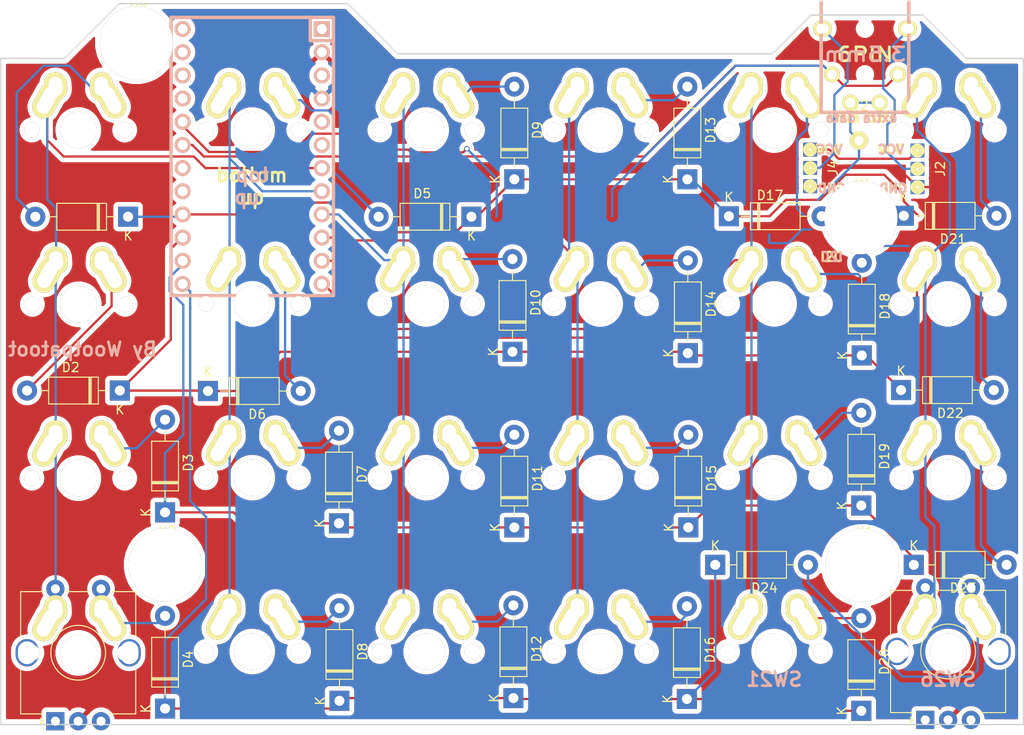
<source format=kicad_pcb>
(kicad_pcb (version 20171130) (host pcbnew "(5.1.4)-1")
  (layers (0 F.Cu signal) (31 B.Cu signal) (34 B.Paste user) (35 F.Paste user) (36 B.SilkS user) (37 F.SilkS user) (38 B.Mask user) (39 F.Mask user) (44 Edge.Cuts user))
  (net 0 "")
  (net 1 "Net-(D1-Pad2)")
  (net 2 row0)
  (net 3 "Net-(D2-Pad2)")
  (net 4 row1)
  (net 5 "Net-(D3-Pad2)")
  (net 6 row2)
  (net 7 "Net-(D4-Pad2)")
  (net 8 row3)
  (net 9 "Net-(D5-Pad2)")
  (net 10 "Net-(D6-Pad2)")
  (net 11 "Net-(D7-Pad2)")
  (net 12 "Net-(D8-Pad2)")
  (net 13 "Net-(D9-Pad2)")
  (net 14 "Net-(D10-Pad2)")
  (net 15 "Net-(D11-Pad2)")
  (net 16 "Net-(D12-Pad2)")
  (net 17 "Net-(D13-Pad2)")
  (net 18 "Net-(D14-Pad2)")
  (net 19 "Net-(D15-Pad2)")
  (net 20 "Net-(D16-Pad2)")
  (net 21 "Net-(D17-Pad2)")
  (net 22 "Net-(D18-Pad2)")
  (net 23 "Net-(D19-Pad2)")
  (net 24 "Net-(D20-Pad2)")
  (net 25 "Net-(D21-Pad2)")
  (net 26 "Net-(D22-Pad2)")
  (net 27 "Net-(D23-Pad2)")
  (net 28 "Net-(D24-Pad2)")
  (net 29 GND)
  (net 30 VCC)
  (net 31 data)
  (net 32 xtradata)
  (net 33 col0)
  (net 34 col1)
  (net 35 col2)
  (net 36 col3)
  (net 37 col4)
  (net 38 col5)
  (net 39 "Net-(U1-Pad1)")
  (net 40 "Net-(U1-Pad3)")
  (net 41 "Net-(U1-Pad5)")
  (net 42 "Net-(U1-Pad6)")
  (net 43 "Net-(U1-Pad22)")
  (net 44 "Net-(U1-Pad23)")
  (net 45 "Net-(J2-Pad2)")
  (net 46 "Net-(J3-Pad4)")
  (net 47 EncB)
  (net 48 EncA)
  (module footprint:TEENSY_2.0 (layer B.Cu) (at 64.55 49.75 270)
    (fp_text reference U1 hide)
    (fp_text value "" (at 0 0 90) (layer B.SilkS) (effects (font (size 3.048 2.54) (thickness 0.4572)) (justify mirror)))
    (pad 1 thru_hole rect (at -13.97 -7.62 270) (size 1.7526 1.7526) (drill 1.0922) (layers *.Cu *.SilkS *.Mask) (net 39 "Net-(U1-Pad1)"))
    (pad 2 thru_hole circle (at -11.43 -7.62 270) (size 1.7526 1.7526) (drill 1.0922) (layers *.Cu *.SilkS *.Mask) (net 29 GND))
    (pad 3 thru_hole circle (at -8.89 -7.62 270) (size 1.7526 1.7526) (drill 1.0922) (layers *.Cu *.SilkS *.Mask) (net 40 "Net-(U1-Pad3)"))
    (pad 4 thru_hole circle (at -6.35 -7.62 270) (size 1.7526 1.7526) (drill 1.0922) (layers *.Cu *.SilkS *.Mask) (net 30 VCC))
    (pad 5 thru_hole circle (at -3.81 -7.62 270) (size 1.7526 1.7526) (drill 1.0922) (layers *.Cu *.SilkS *.Mask) (net 41 "Net-(U1-Pad5)"))
    (pad 6 thru_hole circle (at -1.27 -7.62 270) (size 1.7526 1.7526) (drill 1.0922) (layers *.Cu *.SilkS *.Mask) (net 42 "Net-(U1-Pad6)"))
    (pad 7 thru_hole circle (at 1.27 -7.62 270) (size 1.7526 1.7526) (drill 1.0922) (layers *.Cu *.SilkS *.Mask) (net 33 col0))
    (pad 8 thru_hole circle (at 3.81 -7.62 270) (size 1.7526 1.7526) (drill 1.0922) (layers *.Cu *.SilkS *.Mask) (net 34 col1))
    (pad 9 thru_hole circle (at 6.35 -7.62 270) (size 1.7526 1.7526) (drill 1.0922) (layers *.Cu *.SilkS *.Mask) (net 35 col2))
    (pad 10 thru_hole circle (at 8.89 -7.62 270) (size 1.7526 1.7526) (drill 1.0922) (layers *.Cu *.SilkS *.Mask) (net 36 col3))
    (pad 11 thru_hole circle (at 11.43 -7.62 270) (size 1.7526 1.7526) (drill 1.0922) (layers *.Cu *.SilkS *.Mask) (net 37 col4))
    (pad 12 thru_hole circle (at 13.97 -7.62 270) (size 1.7526 1.7526) (drill 1.0922) (layers *.Cu *.SilkS *.Mask) (net 38 col5))
    (pad 13 thru_hole circle (at 13.97 7.62 270) (size 1.7526 1.7526) (drill 1.0922) (layers *.Cu *.SilkS *.Mask))
    (pad 14 thru_hole circle (at 11.43 7.62 270) (size 1.7526 1.7526) (drill 1.0922) (layers *.Cu *.SilkS *.Mask))
    (pad 15 thru_hole circle (at 8.89 7.62 270) (size 1.7526 1.7526) (drill 1.0922) (layers *.Cu *.SilkS *.Mask))
    (pad 16 thru_hole circle (at 6.35 7.62 270) (size 1.7526 1.7526) (drill 1.0922) (layers *.Cu *.SilkS *.Mask))
    (pad 17 thru_hole circle (at 3.81 7.62 270) (size 1.7526 1.7526) (drill 1.0922) (layers *.Cu *.SilkS *.Mask))
    (pad 18 thru_hole circle (at 1.27 7.62 270) (size 1.7526 1.7526) (drill 1.0922) (layers *.Cu *.SilkS *.Mask) (net 8 row3))
    (pad 19 thru_hole circle (at -1.27 7.62 270) (size 1.7526 1.7526) (drill 1.0922) (layers *.Cu *.SilkS *.Mask) (net 6 row2))
    (pad 22 thru_hole circle (at -8.89 7.62 270) (size 1.7526 1.7526) (drill 1.0922) (layers *.Cu *.SilkS *.Mask) (net 43 "Net-(U1-Pad22)"))
    (pad 23 thru_hole circle (at -11.43 7.62 270) (size 1.7526 1.7526) (drill 1.0922) (layers *.Cu *.SilkS *.Mask) (net 44 "Net-(U1-Pad23)"))
    (pad 24 thru_hole circle (at -13.97 7.62 270) (size 1.7526 1.7526) (drill 1.0922) (layers *.Cu *.SilkS *.Mask) (net 31 data))
    (pad 20 thru_hole circle (at -3.81 7.62 270) (size 1.7526 1.7526) (drill 1.0922) (layers *.Cu *.SilkS *.Mask) (net 4 row1))
    (pad 21 thru_hole circle (at -6.35 7.62 270) (size 1.7526 1.7526) (drill 1.0922) (layers *.Cu *.SilkS *.Mask) (net 2 row0))
  )
  (module Rotary_Encoder:RotaryEncoder_Alps_EC12E-Switch_Vertical_H20mm (layer F.Cu) (at 42.9895 111.633 90)
    (fp_text reference SW1 hide)
    (fp_text value Rotary_Encoder_Switch)
    (pad S2 thru_hole circle (at 14.5 5 90) (size 2 2) (drill 1) (layers *.Cu *.Mask) (net 7 "Net-(D4-Pad2)"))
    (pad S1 thru_hole circle (at 14.5 0 90) (size 2 2) (drill 1) (layers *.Cu *.Mask) (net 33 col0))
    (pad MP thru_hole oval (at 7.5 8.1 90) (size 3 2.5) (drill oval 2.5 2) (layers *.Cu *.Mask))
    (pad MP thru_hole oval (at 7.5 -3.1 90) (size 3 2.5) (drill oval 2.5 2) (layers *.Cu *.Mask))
    (pad B thru_hole circle (at 0 5 90) (size 2 2) (drill 1) (layers *.Cu *.Mask) (net 47 EncB))
    (pad C thru_hole circle (at 0 2.5 90) (size 2 2) (drill 1) (layers *.Cu *.Mask) (net 29 GND))
    (pad A thru_hole rect (at 0 0 90) (size 2 2) (drill 1) (layers *.Cu *.Mask) (net 48 EncA))
  )
  (module Diode_THT:D_DO-41_SOD81_P10.16mm_Horizontal (layer F.Cu) (at 131.25 88 90)
    (fp_text reference D19 (at 5.38734 2.53746 90) (layer F.SilkS))
    (fp_text value D)
    (fp_text user K (at 0 -2.1 90) (layer F.SilkS))
    (pad 2 thru_hole oval (at 10.16 0 90) (size 2.2 2.2) (drill 1.1) (layers *.Cu *.Mask) (net 23 "Net-(D19-Pad2)"))
    (pad 1 thru_hole rect (at 0 0 90) (size 2.2 2.2) (drill 1.1) (layers *.Cu *.Mask) (net 6 row2))
  )
  (module Diode_THT:D_DO-41_SOD81_P10.16mm_Horizontal (layer F.Cu) (at 55 88.75 90)
    (fp_text reference D3 (at 5.44 2.55 90) (layer F.SilkS))
    (fp_text value D)
    (fp_text user K (at 0 -2.1 90) (layer F.SilkS))
    (pad 2 thru_hole oval (at 10.16 0 90) (size 2.2 2.2) (drill 1.1) (layers *.Cu *.Mask) (net 5 "Net-(D3-Pad2)"))
    (pad 1 thru_hole rect (at 0 0 90) (size 2.2 2.2) (drill 1.1) (layers *.Cu *.Mask) (net 6 row2))
  )
  (module Diode_THT:D_DO-41_SOD81_P10.16mm_Horizontal (layer F.Cu) (at 88.55 56.35 180)
    (fp_text reference D5 (at 5.38734 2.53746 180) (layer F.SilkS))
    (fp_text value D)
    (fp_text user K (at 0 -2.1) (layer F.SilkS))
    (pad 2 thru_hole oval (at 10.16 0 180) (size 2.2 2.2) (drill 1.1) (layers *.Cu *.Mask) (net 9 "Net-(D5-Pad2)"))
    (pad 1 thru_hole rect (at 0 0 180) (size 2.2 2.2) (drill 1.1) (layers *.Cu *.Mask) (net 2 row0))
  )
  (module Diode_THT:D_DO-41_SOD81_P10.16mm_Horizontal (layer F.Cu) (at 93.25 52.25 90)
    (fp_text reference D9 (at 5.38734 2.53746 90) (layer F.SilkS))
    (fp_text value D)
    (fp_text user K (at 0 -2.1 90) (layer F.SilkS))
    (pad 2 thru_hole oval (at 10.16 0 90) (size 2.2 2.2) (drill 1.1) (layers *.Cu *.Mask) (net 13 "Net-(D9-Pad2)"))
    (pad 1 thru_hole rect (at 0 0 90) (size 2.2 2.2) (drill 1.1) (layers *.Cu *.Mask) (net 2 row0))
  )
  (module Diode_THT:D_DO-41_SOD81_P10.16mm_Horizontal (layer F.Cu) (at 112.2 52.25 90)
    (fp_text reference D13 (at 5.38734 2.53746 90) (layer F.SilkS))
    (fp_text value D)
    (fp_text user K (at 0 -2.1 90) (layer F.SilkS))
    (pad 2 thru_hole oval (at 10.16 0 90) (size 2.2 2.2) (drill 1.1) (layers *.Cu *.Mask) (net 17 "Net-(D13-Pad2)"))
    (pad 1 thru_hole rect (at 0 0 90) (size 2.2 2.2) (drill 1.1) (layers *.Cu *.Mask) (net 2 row0))
  )
  (module Diode_THT:D_DO-41_SOD81_P10.16mm_Horizontal (layer F.Cu) (at 116.75 56.3)
    (fp_text reference D17 (at 4.5 -2.3) (layer F.SilkS))
    (fp_text value D)
    (fp_text user K (at 0 -2.1) (layer F.SilkS))
    (pad 2 thru_hole oval (at 10.16 0) (size 2.2 2.2) (drill 1.1) (layers *.Cu *.Mask) (net 21 "Net-(D17-Pad2)"))
    (pad 1 thru_hole rect (at 0 0) (size 2.2 2.2) (drill 1.1) (layers *.Cu *.Mask) (net 2 row0))
  )
  (module Diode_THT:D_DO-41_SOD81_P10.16mm_Horizontal (layer F.Cu) (at 135.9 56.25)
    (fp_text reference D21 (at 5.38734 2.53746) (layer F.SilkS))
    (fp_text value D)
    (fp_text user K (at 0 -2.1) (layer F.SilkS))
    (pad 2 thru_hole oval (at 10.16 0) (size 2.2 2.2) (drill 1.1) (layers *.Cu *.Mask) (net 25 "Net-(D21-Pad2)"))
    (pad 1 thru_hole rect (at 0 0) (size 2.2 2.2) (drill 1.1) (layers *.Cu *.Mask) (net 2 row0))
  )
  (module Diode_THT:D_DO-41_SOD81_P10.16mm_Horizontal (layer F.Cu) (at 131.3 71.55 90)
    (fp_text reference D18 (at 5.38734 2.53746 90) (layer F.SilkS))
    (fp_text value D)
    (fp_text user K (at 0 -2.1 90) (layer F.SilkS))
    (pad 2 thru_hole oval (at 10.16 0 90) (size 2.2 2.2) (drill 1.1) (layers *.Cu *.Mask) (net 22 "Net-(D18-Pad2)"))
    (pad 1 thru_hole rect (at 0 0 90) (size 2.2 2.2) (drill 1.1) (layers *.Cu *.Mask) (net 4 row1))
  )
  (module Diode_THT:D_DO-41_SOD81_P10.16mm_Horizontal (layer F.Cu) (at 112.25 71.3 90)
    (fp_text reference D14 (at 5.38734 2.53746 90) (layer F.SilkS))
    (fp_text value D)
    (fp_text user K (at 0 -2.1 90) (layer F.SilkS))
    (pad 2 thru_hole oval (at 10.16 0 90) (size 2.2 2.2) (drill 1.1) (layers *.Cu *.Mask) (net 18 "Net-(D14-Pad2)"))
    (pad 1 thru_hole rect (at 0 0 90) (size 2.2 2.2) (drill 1.1) (layers *.Cu *.Mask) (net 4 row1))
  )
  (module Diode_THT:D_DO-41_SOD81_P10.16mm_Horizontal (layer F.Cu) (at 93.05 71.15 90)
    (fp_text reference D10 (at 5.38734 2.53746 90) (layer F.SilkS))
    (fp_text value D)
    (fp_text user K (at 0 -2.1 90) (layer F.SilkS))
    (pad 2 thru_hole oval (at 10.16 0 90) (size 2.2 2.2) (drill 1.1) (layers *.Cu *.Mask) (net 14 "Net-(D10-Pad2)"))
    (pad 1 thru_hole rect (at 0 0 90) (size 2.2 2.2) (drill 1.1) (layers *.Cu *.Mask) (net 4 row1))
  )
  (module Diode_THT:D_DO-41_SOD81_P10.16mm_Horizontal (layer F.Cu) (at 59.7 75.45)
    (fp_text reference D6 (at 5.38734 2.53746) (layer F.SilkS))
    (fp_text value D)
    (fp_text user K (at 0 -2.1) (layer F.SilkS))
    (pad 2 thru_hole oval (at 10.16 0) (size 2.2 2.2) (drill 1.1) (layers *.Cu *.Mask) (net 10 "Net-(D6-Pad2)"))
    (pad 1 thru_hole rect (at 0 0) (size 2.2 2.2) (drill 1.1) (layers *.Cu *.Mask) (net 4 row1))
  )
  (module Diode_THT:D_DO-41_SOD81_P10.16mm_Horizontal (layer F.Cu) (at 55 110.25 90)
    (fp_text reference D4 (at 5.38734 2.53746 90) (layer F.SilkS))
    (fp_text value D)
    (fp_text user K (at 0 -2.1 90) (layer F.SilkS))
    (pad 2 thru_hole oval (at 10.16 0 90) (size 2.2 2.2) (drill 1.1) (layers *.Cu *.Mask) (net 7 "Net-(D4-Pad2)"))
    (pad 1 thru_hole rect (at 0 0 90) (size 2.2 2.2) (drill 1.1) (layers *.Cu *.Mask) (net 8 row3))
  )
  (module Diode_THT:D_DO-41_SOD81_P10.16mm_Horizontal (layer F.Cu) (at 50.05 75.4 180)
    (fp_text reference D2 (at 5.38734 2.53746 180) (layer F.SilkS))
    (fp_text value D)
    (fp_text user K (at 0 -2.1) (layer F.SilkS))
    (pad 2 thru_hole oval (at 10.16 0 180) (size 2.2 2.2) (drill 1.1) (layers *.Cu *.Mask) (net 3 "Net-(D2-Pad2)"))
    (pad 1 thru_hole rect (at 0 0 180) (size 2.2 2.2) (drill 1.1) (layers *.Cu *.Mask) (net 4 row1))
  )
  (module Diode_THT:D_DO-41_SOD81_P10.16mm_Horizontal (layer F.Cu) (at 74.05 89.95 90)
    (fp_text reference D7 (at 5.38734 2.53746 90) (layer F.SilkS))
    (fp_text value D)
    (fp_text user K (at 0 -2.1 90) (layer F.SilkS))
    (pad 2 thru_hole oval (at 10.16 0 90) (size 2.2 2.2) (drill 1.1) (layers *.Cu *.Mask) (net 11 "Net-(D7-Pad2)"))
    (pad 1 thru_hole rect (at 0 0 90) (size 2.2 2.2) (drill 1.1) (layers *.Cu *.Mask) (net 6 row2))
  )
  (module Diode_THT:D_DO-41_SOD81_P10.16mm_Horizontal (layer F.Cu) (at 93.25 90.4 90)
    (fp_text reference D11 (at 5.38734 2.53746 90) (layer F.SilkS))
    (fp_text value D)
    (fp_text user K (at 0 -2.1 90) (layer F.SilkS))
    (pad 2 thru_hole oval (at 10.16 0 90) (size 2.2 2.2) (drill 1.1) (layers *.Cu *.Mask) (net 15 "Net-(D11-Pad2)"))
    (pad 1 thru_hole rect (at 0 0 90) (size 2.2 2.2) (drill 1.1) (layers *.Cu *.Mask) (net 6 row2))
  )
  (module Diode_THT:D_DO-41_SOD81_P10.16mm_Horizontal (layer F.Cu) (at 112.3 90.4 90)
    (fp_text reference D15 (at 5.38734 2.53746 90) (layer F.SilkS))
    (fp_text value D)
    (fp_text user K (at 0 -2.1 90) (layer F.SilkS))
    (pad 2 thru_hole oval (at 10.16 0 90) (size 2.2 2.2) (drill 1.1) (layers *.Cu *.Mask) (net 19 "Net-(D15-Pad2)"))
    (pad 1 thru_hole rect (at 0 0 90) (size 2.2 2.2) (drill 1.1) (layers *.Cu *.Mask) (net 6 row2))
  )
  (module Diode_THT:D_DO-41_SOD81_P10.16mm_Horizontal (layer F.Cu) (at 137 94.5)
    (fp_text reference D23 (at 5.38734 2.53746) (layer F.SilkS))
    (fp_text value D)
    (fp_text user K (at 0 -2.1) (layer F.SilkS))
    (pad 2 thru_hole oval (at 10.16 0) (size 2.2 2.2) (drill 1.1) (layers *.Cu *.Mask) (net 27 "Net-(D23-Pad2)"))
    (pad 1 thru_hole rect (at 0 0) (size 2.2 2.2) (drill 1.1) (layers *.Cu *.Mask) (net 6 row2))
  )
  (module Diode_THT:D_DO-41_SOD81_P10.16mm_Horizontal (layer F.Cu) (at 135.6 75.35)
    (fp_text reference D22 (at 5.38734 2.53746) (layer F.SilkS))
    (fp_text value D)
    (fp_text user K (at 0 -2.1) (layer F.SilkS))
    (pad 2 thru_hole oval (at 10.16 0) (size 2.2 2.2) (drill 1.1) (layers *.Cu *.Mask) (net 26 "Net-(D22-Pad2)"))
    (pad 1 thru_hole rect (at 0 0) (size 2.2 2.2) (drill 1.1) (layers *.Cu *.Mask) (net 4 row1))
  )
  (module Diode_THT:D_DO-41_SOD81_P10.16mm_Horizontal (layer F.Cu) (at 115.25 94.5)
    (fp_text reference D24 (at 5.38734 2.53746) (layer F.SilkS))
    (fp_text value D)
    (fp_text user K (at 0 -2.1) (layer F.SilkS))
    (pad 2 thru_hole oval (at 10.16 0) (size 2.2 2.2) (drill 1.1) (layers *.Cu *.Mask) (net 28 "Net-(D24-Pad2)"))
    (pad 1 thru_hole rect (at 0 0) (size 2.2 2.2) (drill 1.1) (layers *.Cu *.Mask) (net 8 row3))
  )
  (module Diode_THT:D_DO-41_SOD81_P10.16mm_Horizontal (layer F.Cu) (at 112.15 109.2 90)
    (fp_text reference D16 (at 5.38734 2.53746 90) (layer F.SilkS))
    (fp_text value D)
    (fp_text user K (at 0 -2.1 90) (layer F.SilkS))
    (pad 2 thru_hole oval (at 10.16 0 90) (size 2.2 2.2) (drill 1.1) (layers *.Cu *.Mask) (net 20 "Net-(D16-Pad2)"))
    (pad 1 thru_hole rect (at 0 0 90) (size 2.2 2.2) (drill 1.1) (layers *.Cu *.Mask) (net 8 row3))
  )
  (module Diode_THT:D_DO-41_SOD81_P10.16mm_Horizontal (layer F.Cu) (at 93.15 109.1 90)
    (fp_text reference D12 (at 5.38734 2.53746 90) (layer F.SilkS))
    (fp_text value D)
    (fp_text user K (at 0 -2.1 90) (layer F.SilkS))
    (pad 2 thru_hole oval (at 10.16 0 90) (size 2.2 2.2) (drill 1.1) (layers *.Cu *.Mask) (net 16 "Net-(D12-Pad2)"))
    (pad 1 thru_hole rect (at 0 0 90) (size 2.2 2.2) (drill 1.1) (layers *.Cu *.Mask) (net 8 row3))
  )
  (module Diode_THT:D_DO-41_SOD81_P10.16mm_Horizontal (layer F.Cu) (at 74.1 109.4 90)
    (fp_text reference D8 (at 5.38734 2.53746 90) (layer F.SilkS))
    (fp_text value D)
    (fp_text user K (at 0 -2.1 90) (layer F.SilkS))
    (pad 2 thru_hole oval (at 10.16 0 90) (size 2.2 2.2) (drill 1.1) (layers *.Cu *.Mask) (net 12 "Net-(D8-Pad2)"))
    (pad 1 thru_hole rect (at 0 0 90) (size 2.2 2.2) (drill 1.1) (layers *.Cu *.Mask) (net 8 row3))
  )
  (module Diode_THT:D_DO-41_SOD81_P10.16mm_Horizontal (layer F.Cu) (at 131.25 110.5 90)
    (fp_text reference D20 (at 5.38734 2.53746 90) (layer F.SilkS))
    (fp_text value D)
    (fp_text user K (at 0 -2.1 90) (layer F.SilkS))
    (pad 2 thru_hole oval (at 10.16 0 90) (size 2.2 2.2) (drill 1.1) (layers *.Cu *.Mask) (net 24 "Net-(D20-Pad2)"))
    (pad 1 thru_hole rect (at 0 0 90) (size 2.2 2.2) (drill 1.1) (layers *.Cu *.Mask) (net 8 row3))
  )
  (module Diode_THT:D_DO-41_SOD81_P10.16mm_Horizontal (layer F.Cu) (at 50.95 56.35 180)
    (fp_text reference D1 hide)
    (fp_text value D)
    (fp_text user K (at 0 -2.1) (layer F.SilkS))
    (pad 2 thru_hole oval (at 10.16 0 180) (size 2.2 2.2) (drill 1.1) (layers *.Cu *.Mask) (net 1 "Net-(D1-Pad2)"))
    (pad 1 thru_hole rect (at 0 0 180) (size 2.2 2.2) (drill 1.1) (layers *.Cu *.Mask) (net 2 row0))
  )
  (module flipalps:MXALPS_FLIP (layer F.Cu) (at 140.75 104)
    (fp_text reference SW26 (at 0 3.048) (layer B.SilkS) (effects (font (size 1.524 1.524) (thickness 0.3048)) (justify mirror)))
    (fp_text value SW_PUSH hide)
    (pad 1 thru_hole oval (at -2.48 -4.79 3.9) (size 2.5 3.08) (drill oval 1.5 2.08) (layers *.Cu *.Mask F.SilkS) (net 38 col5))
    (pad 2 thru_hole oval (at 3.595 -3.27 29) (size 2.5 4.17) (drill oval 1.5 3.17) (layers *.Cu *.Mask F.SilkS) (net 28 "Net-(D24-Pad2)"))
    (pad "" np_thru_hole circle (at 0 0) (size 3.98781 3.98781) (drill 3.9878) (layers *.Cu *.Mask F.SilkS) (clearance 0.1524))
    (pad "" np_thru_hole circle (at -5.08 0) (size 1.70181 1.70181) (drill 1.7018) (layers *.Cu *.Mask F.SilkS) (clearance 0.1524))
    (pad "" np_thru_hole circle (at 5.08 0) (size 1.70181 1.70181) (drill 1.7018) (layers *.Cu *.Mask F.SilkS) (clearance 0.1524))
    (pad 1 thru_hole oval (at -3.405 -3.27 330.95) (size 2.5 4.17) (drill oval 1.5 3.17) (layers *.Cu *.Mask F.SilkS) (net 38 col5))
    (pad 2 thru_hole oval (at 2.52 -4.79 356.1) (size 2.5 3.08) (drill oval 1.5 2.08) (layers *.Cu *.Mask F.SilkS) (net 28 "Net-(D24-Pad2)"))
  )
  (module flipalps:MXALPS_FLIP (layer F.Cu) (at 140.75 84.95)
    (fp_text reference SW25 hide)
    (fp_text value SW_PUSH hide)
    (pad 1 thru_hole oval (at -2.48 -4.79 3.9) (size 2.5 3.08) (drill oval 1.5 2.08) (layers *.Cu *.Mask F.SilkS) (net 38 col5))
    (pad 2 thru_hole oval (at 3.595 -3.27 29) (size 2.5 4.17) (drill oval 1.5 3.17) (layers *.Cu *.Mask F.SilkS) (net 27 "Net-(D23-Pad2)"))
    (pad "" np_thru_hole circle (at 0 0) (size 3.98781 3.98781) (drill 3.9878) (layers *.Cu *.Mask F.SilkS) (clearance 0.1524))
    (pad "" np_thru_hole circle (at -5.08 0) (size 1.70181 1.70181) (drill 1.7018) (layers *.Cu *.Mask F.SilkS) (clearance 0.1524))
    (pad "" np_thru_hole circle (at 5.08 0) (size 1.70181 1.70181) (drill 1.7018) (layers *.Cu *.Mask F.SilkS) (clearance 0.1524))
    (pad 1 thru_hole oval (at -3.405 -3.27 330.95) (size 2.5 4.17) (drill oval 1.5 3.17) (layers *.Cu *.Mask F.SilkS) (net 38 col5))
    (pad 2 thru_hole oval (at 2.52 -4.79 356.1) (size 2.5 3.08) (drill oval 1.5 2.08) (layers *.Cu *.Mask F.SilkS) (net 27 "Net-(D23-Pad2)"))
  )
  (module flipalps:MXALPS_FLIP (layer F.Cu) (at 140.75 65.9)
    (fp_text reference SW24 hide)
    (fp_text value SW_PUSH hide)
    (pad 1 thru_hole oval (at -2.48 -4.79 3.9) (size 2.5 3.08) (drill oval 1.5 2.08) (layers *.Cu *.Mask F.SilkS) (net 38 col5))
    (pad 2 thru_hole oval (at 3.595 -3.27 29) (size 2.5 4.17) (drill oval 1.5 3.17) (layers *.Cu *.Mask F.SilkS) (net 26 "Net-(D22-Pad2)"))
    (pad "" np_thru_hole circle (at 0 0) (size 3.98781 3.98781) (drill 3.9878) (layers *.Cu *.Mask F.SilkS) (clearance 0.1524))
    (pad "" np_thru_hole circle (at -5.08 0) (size 1.70181 1.70181) (drill 1.7018) (layers *.Cu *.Mask F.SilkS) (clearance 0.1524))
    (pad "" np_thru_hole circle (at 5.08 0) (size 1.70181 1.70181) (drill 1.7018) (layers *.Cu *.Mask F.SilkS) (clearance 0.1524))
    (pad 1 thru_hole oval (at -3.405 -3.27 330.95) (size 2.5 4.17) (drill oval 1.5 3.17) (layers *.Cu *.Mask F.SilkS) (net 38 col5))
    (pad 2 thru_hole oval (at 2.52 -4.79 356.1) (size 2.5 3.08) (drill oval 1.5 2.08) (layers *.Cu *.Mask F.SilkS) (net 26 "Net-(D22-Pad2)"))
  )
  (module flipalps:MXALPS_FLIP (layer F.Cu) (at 140.75 46.85)
    (fp_text reference SW23 hide)
    (fp_text value SW_PUSH hide)
    (pad 1 thru_hole oval (at -2.48 -4.79 3.9) (size 2.5 3.08) (drill oval 1.5 2.08) (layers *.Cu *.Mask F.SilkS) (net 38 col5))
    (pad 2 thru_hole oval (at 3.595 -3.27 29) (size 2.5 4.17) (drill oval 1.5 3.17) (layers *.Cu *.Mask F.SilkS) (net 25 "Net-(D21-Pad2)"))
    (pad "" np_thru_hole circle (at 0 0) (size 3.98781 3.98781) (drill 3.9878) (layers *.Cu *.Mask F.SilkS) (clearance 0.1524))
    (pad "" np_thru_hole circle (at -5.08 0) (size 1.70181 1.70181) (drill 1.7018) (layers *.Cu *.Mask F.SilkS) (clearance 0.1524))
    (pad "" np_thru_hole circle (at 5.08 0) (size 1.70181 1.70181) (drill 1.7018) (layers *.Cu *.Mask F.SilkS) (clearance 0.1524))
    (pad 1 thru_hole oval (at -3.405 -3.27 330.95) (size 2.5 4.17) (drill oval 1.5 3.17) (layers *.Cu *.Mask F.SilkS) (net 38 col5))
    (pad 2 thru_hole oval (at 2.52 -4.79 356.1) (size 2.5 3.08) (drill oval 1.5 2.08) (layers *.Cu *.Mask F.SilkS) (net 25 "Net-(D21-Pad2)"))
  )
  (module flipalps:MXALPS_FLIP (layer F.Cu) (at 121.7 104)
    (fp_text reference SW21 (at 0 3.048) (layer B.SilkS) (effects (font (size 1.524 1.524) (thickness 0.3048)) (justify mirror)))
    (fp_text value SW_PUSH hide)
    (pad 1 thru_hole oval (at -2.48 -4.79 3.9) (size 2.5 3.08) (drill oval 1.5 2.08) (layers *.Cu *.Mask F.SilkS) (net 37 col4))
    (pad 2 thru_hole oval (at 3.595 -3.27 29) (size 2.5 4.17) (drill oval 1.5 3.17) (layers *.Cu *.Mask F.SilkS) (net 24 "Net-(D20-Pad2)"))
    (pad "" np_thru_hole circle (at 0 0) (size 3.98781 3.98781) (drill 3.9878) (layers *.Cu *.Mask F.SilkS) (clearance 0.1524))
    (pad "" np_thru_hole circle (at -5.08 0) (size 1.70181 1.70181) (drill 1.7018) (layers *.Cu *.Mask F.SilkS) (clearance 0.1524))
    (pad "" np_thru_hole circle (at 5.08 0) (size 1.70181 1.70181) (drill 1.7018) (layers *.Cu *.Mask F.SilkS) (clearance 0.1524))
    (pad 1 thru_hole oval (at -3.405 -3.27 330.95) (size 2.5 4.17) (drill oval 1.5 3.17) (layers *.Cu *.Mask F.SilkS) (net 37 col4))
    (pad 2 thru_hole oval (at 2.52 -4.79 356.1) (size 2.5 3.08) (drill oval 1.5 2.08) (layers *.Cu *.Mask F.SilkS) (net 24 "Net-(D20-Pad2)"))
  )
  (module flipalps:MXALPS_FLIP (layer F.Cu) (at 121.7 84.95)
    (fp_text reference SW20 hide)
    (fp_text value SW_PUSH hide)
    (pad 1 thru_hole oval (at -2.48 -4.79 3.9) (size 2.5 3.08) (drill oval 1.5 2.08) (layers *.Cu *.Mask F.SilkS) (net 37 col4))
    (pad 2 thru_hole oval (at 3.595 -3.27 29) (size 2.5 4.17) (drill oval 1.5 3.17) (layers *.Cu *.Mask F.SilkS) (net 23 "Net-(D19-Pad2)"))
    (pad "" np_thru_hole circle (at 0 0) (size 3.98781 3.98781) (drill 3.9878) (layers *.Cu *.Mask F.SilkS) (clearance 0.1524))
    (pad "" np_thru_hole circle (at -5.08 0) (size 1.70181 1.70181) (drill 1.7018) (layers *.Cu *.Mask F.SilkS) (clearance 0.1524))
    (pad "" np_thru_hole circle (at 5.08 0) (size 1.70181 1.70181) (drill 1.7018) (layers *.Cu *.Mask F.SilkS) (clearance 0.1524))
    (pad 1 thru_hole oval (at -3.405 -3.27 330.95) (size 2.5 4.17) (drill oval 1.5 3.17) (layers *.Cu *.Mask F.SilkS) (net 37 col4))
    (pad 2 thru_hole oval (at 2.52 -4.79 356.1) (size 2.5 3.08) (drill oval 1.5 2.08) (layers *.Cu *.Mask F.SilkS) (net 23 "Net-(D19-Pad2)"))
  )
  (module flipalps:MXALPS_FLIP (layer F.Cu) (at 121.7 65.9)
    (fp_text reference SW19 hide)
    (fp_text value SW_PUSH hide)
    (pad 1 thru_hole oval (at -2.48 -4.79 3.9) (size 2.5 3.08) (drill oval 1.5 2.08) (layers *.Cu *.Mask F.SilkS) (net 37 col4))
    (pad 2 thru_hole oval (at 3.595 -3.27 29) (size 2.5 4.17) (drill oval 1.5 3.17) (layers *.Cu *.Mask F.SilkS) (net 22 "Net-(D18-Pad2)"))
    (pad "" np_thru_hole circle (at 0 0) (size 3.98781 3.98781) (drill 3.9878) (layers *.Cu *.Mask F.SilkS) (clearance 0.1524))
    (pad "" np_thru_hole circle (at -5.08 0) (size 1.70181 1.70181) (drill 1.7018) (layers *.Cu *.Mask F.SilkS) (clearance 0.1524))
    (pad "" np_thru_hole circle (at 5.08 0) (size 1.70181 1.70181) (drill 1.7018) (layers *.Cu *.Mask F.SilkS) (clearance 0.1524))
    (pad 1 thru_hole oval (at -3.405 -3.27 330.95) (size 2.5 4.17) (drill oval 1.5 3.17) (layers *.Cu *.Mask F.SilkS) (net 37 col4))
    (pad 2 thru_hole oval (at 2.52 -4.79 356.1) (size 2.5 3.08) (drill oval 1.5 2.08) (layers *.Cu *.Mask F.SilkS) (net 22 "Net-(D18-Pad2)"))
  )
  (module flipalps:MXALPS_FLIP (layer F.Cu) (at 121.7 46.85)
    (fp_text reference SW18 hide)
    (fp_text value SW_PUSH hide)
    (pad 1 thru_hole oval (at -2.48 -4.79 3.9) (size 2.5 3.08) (drill oval 1.5 2.08) (layers *.Cu *.Mask F.SilkS) (net 37 col4))
    (pad 2 thru_hole oval (at 3.595 -3.27 29) (size 2.5 4.17) (drill oval 1.5 3.17) (layers *.Cu *.Mask F.SilkS) (net 21 "Net-(D17-Pad2)"))
    (pad "" np_thru_hole circle (at 0 0) (size 3.98781 3.98781) (drill 3.9878) (layers *.Cu *.Mask F.SilkS) (clearance 0.1524))
    (pad "" np_thru_hole circle (at -5.08 0) (size 1.70181 1.70181) (drill 1.7018) (layers *.Cu *.Mask F.SilkS) (clearance 0.1524))
    (pad "" np_thru_hole circle (at 5.08 0) (size 1.70181 1.70181) (drill 1.7018) (layers *.Cu *.Mask F.SilkS) (clearance 0.1524))
    (pad 1 thru_hole oval (at -3.405 -3.27 330.95) (size 2.5 4.17) (drill oval 1.5 3.17) (layers *.Cu *.Mask F.SilkS) (net 37 col4))
    (pad 2 thru_hole oval (at 2.52 -4.79 356.1) (size 2.5 3.08) (drill oval 1.5 2.08) (layers *.Cu *.Mask F.SilkS) (net 21 "Net-(D17-Pad2)"))
  )
  (module flipalps:MXALPS_FLIP (layer F.Cu) (at 102.65 104)
    (fp_text reference SW17 hide)
    (fp_text value SW_PUSH hide)
    (pad 1 thru_hole oval (at -2.48 -4.79 3.9) (size 2.5 3.08) (drill oval 1.5 2.08) (layers *.Cu *.Mask F.SilkS) (net 36 col3))
    (pad 2 thru_hole oval (at 3.595 -3.27 29) (size 2.5 4.17) (drill oval 1.5 3.17) (layers *.Cu *.Mask F.SilkS) (net 20 "Net-(D16-Pad2)"))
    (pad "" np_thru_hole circle (at 0 0) (size 3.98781 3.98781) (drill 3.9878) (layers *.Cu *.Mask F.SilkS) (clearance 0.1524))
    (pad "" np_thru_hole circle (at -5.08 0) (size 1.70181 1.70181) (drill 1.7018) (layers *.Cu *.Mask F.SilkS) (clearance 0.1524))
    (pad "" np_thru_hole circle (at 5.08 0) (size 1.70181 1.70181) (drill 1.7018) (layers *.Cu *.Mask F.SilkS) (clearance 0.1524))
    (pad 1 thru_hole oval (at -3.405 -3.27 330.95) (size 2.5 4.17) (drill oval 1.5 3.17) (layers *.Cu *.Mask F.SilkS) (net 36 col3))
    (pad 2 thru_hole oval (at 2.52 -4.79 356.1) (size 2.5 3.08) (drill oval 1.5 2.08) (layers *.Cu *.Mask F.SilkS) (net 20 "Net-(D16-Pad2)"))
  )
  (module flipalps:MXALPS_FLIP (layer F.Cu) (at 102.65 84.95)
    (fp_text reference SW16 hide)
    (fp_text value SW_PUSH hide)
    (pad 1 thru_hole oval (at -2.48 -4.79 3.9) (size 2.5 3.08) (drill oval 1.5 2.08) (layers *.Cu *.Mask F.SilkS) (net 36 col3))
    (pad 2 thru_hole oval (at 3.595 -3.27 29) (size 2.5 4.17) (drill oval 1.5 3.17) (layers *.Cu *.Mask F.SilkS) (net 19 "Net-(D15-Pad2)"))
    (pad "" np_thru_hole circle (at 0 0) (size 3.98781 3.98781) (drill 3.9878) (layers *.Cu *.Mask F.SilkS) (clearance 0.1524))
    (pad "" np_thru_hole circle (at -5.08 0) (size 1.70181 1.70181) (drill 1.7018) (layers *.Cu *.Mask F.SilkS) (clearance 0.1524))
    (pad "" np_thru_hole circle (at 5.08 0) (size 1.70181 1.70181) (drill 1.7018) (layers *.Cu *.Mask F.SilkS) (clearance 0.1524))
    (pad 1 thru_hole oval (at -3.405 -3.27 330.95) (size 2.5 4.17) (drill oval 1.5 3.17) (layers *.Cu *.Mask F.SilkS) (net 36 col3))
    (pad 2 thru_hole oval (at 2.52 -4.79 356.1) (size 2.5 3.08) (drill oval 1.5 2.08) (layers *.Cu *.Mask F.SilkS) (net 19 "Net-(D15-Pad2)"))
  )
  (module flipalps:MXALPS_FLIP (layer F.Cu) (at 102.65 65.9)
    (fp_text reference SW15 hide)
    (fp_text value SW_PUSH hide)
    (pad 1 thru_hole oval (at -2.48 -4.79 3.9) (size 2.5 3.08) (drill oval 1.5 2.08) (layers *.Cu *.Mask F.SilkS) (net 36 col3))
    (pad 2 thru_hole oval (at 3.595 -3.27 29) (size 2.5 4.17) (drill oval 1.5 3.17) (layers *.Cu *.Mask F.SilkS) (net 18 "Net-(D14-Pad2)"))
    (pad "" np_thru_hole circle (at 0 0) (size 3.98781 3.98781) (drill 3.9878) (layers *.Cu *.Mask F.SilkS) (clearance 0.1524))
    (pad "" np_thru_hole circle (at -5.08 0) (size 1.70181 1.70181) (drill 1.7018) (layers *.Cu *.Mask F.SilkS) (clearance 0.1524))
    (pad "" np_thru_hole circle (at 5.08 0) (size 1.70181 1.70181) (drill 1.7018) (layers *.Cu *.Mask F.SilkS) (clearance 0.1524))
    (pad 1 thru_hole oval (at -3.405 -3.27 330.95) (size 2.5 4.17) (drill oval 1.5 3.17) (layers *.Cu *.Mask F.SilkS) (net 36 col3))
    (pad 2 thru_hole oval (at 2.52 -4.79 356.1) (size 2.5 3.08) (drill oval 1.5 2.08) (layers *.Cu *.Mask F.SilkS) (net 18 "Net-(D14-Pad2)"))
  )
  (module flipalps:MXALPS_FLIP (layer F.Cu) (at 102.65 46.85)
    (fp_text reference SW14 hide)
    (fp_text value SW_PUSH hide)
    (pad 1 thru_hole oval (at -2.48 -4.79 3.9) (size 2.5 3.08) (drill oval 1.5 2.08) (layers *.Cu *.Mask F.SilkS) (net 36 col3))
    (pad 2 thru_hole oval (at 3.595 -3.27 29) (size 2.5 4.17) (drill oval 1.5 3.17) (layers *.Cu *.Mask F.SilkS) (net 17 "Net-(D13-Pad2)"))
    (pad "" np_thru_hole circle (at 0 0) (size 3.98781 3.98781) (drill 3.9878) (layers *.Cu *.Mask F.SilkS) (clearance 0.1524))
    (pad "" np_thru_hole circle (at -5.08 0) (size 1.70181 1.70181) (drill 1.7018) (layers *.Cu *.Mask F.SilkS) (clearance 0.1524))
    (pad "" np_thru_hole circle (at 5.08 0) (size 1.70181 1.70181) (drill 1.7018) (layers *.Cu *.Mask F.SilkS) (clearance 0.1524))
    (pad 1 thru_hole oval (at -3.405 -3.27 330.95) (size 2.5 4.17) (drill oval 1.5 3.17) (layers *.Cu *.Mask F.SilkS) (net 36 col3))
    (pad 2 thru_hole oval (at 2.52 -4.79 356.1) (size 2.5 3.08) (drill oval 1.5 2.08) (layers *.Cu *.Mask F.SilkS) (net 17 "Net-(D13-Pad2)"))
  )
  (module flipalps:MXALPS_FLIP (layer F.Cu) (at 83.6 104)
    (fp_text reference SW13 hide)
    (fp_text value SW_PUSH hide)
    (pad 1 thru_hole oval (at -2.48 -4.79 3.9) (size 2.5 3.08) (drill oval 1.5 2.08) (layers *.Cu *.Mask F.SilkS) (net 35 col2))
    (pad 2 thru_hole oval (at 3.595 -3.27 29) (size 2.5 4.17) (drill oval 1.5 3.17) (layers *.Cu *.Mask F.SilkS) (net 16 "Net-(D12-Pad2)"))
    (pad "" np_thru_hole circle (at 0 0) (size 3.98781 3.98781) (drill 3.9878) (layers *.Cu *.Mask F.SilkS) (clearance 0.1524))
    (pad "" np_thru_hole circle (at -5.08 0) (size 1.70181 1.70181) (drill 1.7018) (layers *.Cu *.Mask F.SilkS) (clearance 0.1524))
    (pad "" np_thru_hole circle (at 5.08 0) (size 1.70181 1.70181) (drill 1.7018) (layers *.Cu *.Mask F.SilkS) (clearance 0.1524))
    (pad 1 thru_hole oval (at -3.405 -3.27 330.95) (size 2.5 4.17) (drill oval 1.5 3.17) (layers *.Cu *.Mask F.SilkS) (net 35 col2))
    (pad 2 thru_hole oval (at 2.52 -4.79 356.1) (size 2.5 3.08) (drill oval 1.5 2.08) (layers *.Cu *.Mask F.SilkS) (net 16 "Net-(D12-Pad2)"))
  )
  (module flipalps:MXALPS_FLIP (layer F.Cu) (at 83.6 84.95)
    (fp_text reference SW12 hide)
    (fp_text value SW_PUSH hide)
    (pad 1 thru_hole oval (at -2.48 -4.79 3.9) (size 2.5 3.08) (drill oval 1.5 2.08) (layers *.Cu *.Mask F.SilkS) (net 35 col2))
    (pad 2 thru_hole oval (at 3.595 -3.27 29) (size 2.5 4.17) (drill oval 1.5 3.17) (layers *.Cu *.Mask F.SilkS) (net 15 "Net-(D11-Pad2)"))
    (pad "" np_thru_hole circle (at 0 0) (size 3.98781 3.98781) (drill 3.9878) (layers *.Cu *.Mask F.SilkS) (clearance 0.1524))
    (pad "" np_thru_hole circle (at -5.08 0) (size 1.70181 1.70181) (drill 1.7018) (layers *.Cu *.Mask F.SilkS) (clearance 0.1524))
    (pad "" np_thru_hole circle (at 5.08 0) (size 1.70181 1.70181) (drill 1.7018) (layers *.Cu *.Mask F.SilkS) (clearance 0.1524))
    (pad 1 thru_hole oval (at -3.405 -3.27 330.95) (size 2.5 4.17) (drill oval 1.5 3.17) (layers *.Cu *.Mask F.SilkS) (net 35 col2))
    (pad 2 thru_hole oval (at 2.52 -4.79 356.1) (size 2.5 3.08) (drill oval 1.5 2.08) (layers *.Cu *.Mask F.SilkS) (net 15 "Net-(D11-Pad2)"))
  )
  (module flipalps:MXALPS_FLIP (layer F.Cu) (at 83.6 65.9)
    (fp_text reference SW11 hide)
    (fp_text value SW_PUSH hide)
    (pad 1 thru_hole oval (at -2.48 -4.79 3.9) (size 2.5 3.08) (drill oval 1.5 2.08) (layers *.Cu *.Mask F.SilkS) (net 35 col2))
    (pad 2 thru_hole oval (at 3.595 -3.27 29) (size 2.5 4.17) (drill oval 1.5 3.17) (layers *.Cu *.Mask F.SilkS) (net 14 "Net-(D10-Pad2)"))
    (pad "" np_thru_hole circle (at 0 0) (size 3.98781 3.98781) (drill 3.9878) (layers *.Cu *.Mask F.SilkS) (clearance 0.1524))
    (pad "" np_thru_hole circle (at -5.08 0) (size 1.70181 1.70181) (drill 1.7018) (layers *.Cu *.Mask F.SilkS) (clearance 0.1524))
    (pad "" np_thru_hole circle (at 5.08 0) (size 1.70181 1.70181) (drill 1.7018) (layers *.Cu *.Mask F.SilkS) (clearance 0.1524))
    (pad 1 thru_hole oval (at -3.405 -3.27 330.95) (size 2.5 4.17) (drill oval 1.5 3.17) (layers *.Cu *.Mask F.SilkS) (net 35 col2))
    (pad 2 thru_hole oval (at 2.52 -4.79 356.1) (size 2.5 3.08) (drill oval 1.5 2.08) (layers *.Cu *.Mask F.SilkS) (net 14 "Net-(D10-Pad2)"))
  )
  (module flipalps:MXALPS_FLIP (layer F.Cu) (at 83.6 46.85)
    (fp_text reference SW10 hide)
    (fp_text value SW_PUSH hide)
    (pad 1 thru_hole oval (at -2.48 -4.79 3.9) (size 2.5 3.08) (drill oval 1.5 2.08) (layers *.Cu *.Mask F.SilkS) (net 35 col2))
    (pad 2 thru_hole oval (at 3.595 -3.27 29) (size 2.5 4.17) (drill oval 1.5 3.17) (layers *.Cu *.Mask F.SilkS) (net 13 "Net-(D9-Pad2)"))
    (pad "" np_thru_hole circle (at 0 0) (size 3.98781 3.98781) (drill 3.9878) (layers *.Cu *.Mask F.SilkS) (clearance 0.1524))
    (pad "" np_thru_hole circle (at -5.08 0) (size 1.70181 1.70181) (drill 1.7018) (layers *.Cu *.Mask F.SilkS) (clearance 0.1524))
    (pad "" np_thru_hole circle (at 5.08 0) (size 1.70181 1.70181) (drill 1.7018) (layers *.Cu *.Mask F.SilkS) (clearance 0.1524))
    (pad 1 thru_hole oval (at -3.405 -3.27 330.95) (size 2.5 4.17) (drill oval 1.5 3.17) (layers *.Cu *.Mask F.SilkS) (net 35 col2))
    (pad 2 thru_hole oval (at 2.52 -4.79 356.1) (size 2.5 3.08) (drill oval 1.5 2.08) (layers *.Cu *.Mask F.SilkS) (net 13 "Net-(D9-Pad2)"))
  )
  (module flipalps:MXALPS_FLIP (layer F.Cu) (at 64.55 104)
    (fp_text reference SW9 hide)
    (fp_text value SW_PUSH hide)
    (pad 1 thru_hole oval (at -2.48 -4.79 3.9) (size 2.5 3.08) (drill oval 1.5 2.08) (layers *.Cu *.Mask F.SilkS) (net 34 col1))
    (pad 2 thru_hole oval (at 3.595 -3.27 29) (size 2.5 4.17) (drill oval 1.5 3.17) (layers *.Cu *.Mask F.SilkS) (net 12 "Net-(D8-Pad2)"))
    (pad "" np_thru_hole circle (at 0 0) (size 3.98781 3.98781) (drill 3.9878) (layers *.Cu *.Mask F.SilkS) (clearance 0.1524))
    (pad "" np_thru_hole circle (at -5.08 0) (size 1.70181 1.70181) (drill 1.7018) (layers *.Cu *.Mask F.SilkS) (clearance 0.1524))
    (pad "" np_thru_hole circle (at 5.08 0) (size 1.70181 1.70181) (drill 1.7018) (layers *.Cu *.Mask F.SilkS) (clearance 0.1524))
    (pad 1 thru_hole oval (at -3.405 -3.27 330.95) (size 2.5 4.17) (drill oval 1.5 3.17) (layers *.Cu *.Mask F.SilkS) (net 34 col1))
    (pad 2 thru_hole oval (at 2.52 -4.79 356.1) (size 2.5 3.08) (drill oval 1.5 2.08) (layers *.Cu *.Mask F.SilkS) (net 12 "Net-(D8-Pad2)"))
  )
  (module flipalps:MXALPS_FLIP (layer F.Cu) (at 64.55 84.95)
    (fp_text reference SW8 hide)
    (fp_text value SW_PUSH hide)
    (pad 1 thru_hole oval (at -2.48 -4.79 3.9) (size 2.5 3.08) (drill oval 1.5 2.08) (layers *.Cu *.Mask F.SilkS) (net 34 col1))
    (pad 2 thru_hole oval (at 3.595 -3.27 29) (size 2.5 4.17) (drill oval 1.5 3.17) (layers *.Cu *.Mask F.SilkS) (net 11 "Net-(D7-Pad2)"))
    (pad "" np_thru_hole circle (at 0 0) (size 3.98781 3.98781) (drill 3.9878) (layers *.Cu *.Mask F.SilkS) (clearance 0.1524))
    (pad "" np_thru_hole circle (at -5.08 0) (size 1.70181 1.70181) (drill 1.7018) (layers *.Cu *.Mask F.SilkS) (clearance 0.1524))
    (pad "" np_thru_hole circle (at 5.08 0) (size 1.70181 1.70181) (drill 1.7018) (layers *.Cu *.Mask F.SilkS) (clearance 0.1524))
    (pad 1 thru_hole oval (at -3.405 -3.27 330.95) (size 2.5 4.17) (drill oval 1.5 3.17) (layers *.Cu *.Mask F.SilkS) (net 34 col1))
    (pad 2 thru_hole oval (at 2.52 -4.79 356.1) (size 2.5 3.08) (drill oval 1.5 2.08) (layers *.Cu *.Mask F.SilkS) (net 11 "Net-(D7-Pad2)"))
  )
  (module flipalps:MXALPS_FLIP (layer F.Cu) (at 64.55 65.9)
    (fp_text reference SW7 hide)
    (fp_text value SW_PUSH hide)
    (pad 1 thru_hole oval (at -2.48 -4.79 3.9) (size 2.5 3.08) (drill oval 1.5 2.08) (layers *.Cu *.Mask F.SilkS) (net 34 col1))
    (pad 2 thru_hole oval (at 3.595 -3.27 29) (size 2.5 4.17) (drill oval 1.5 3.17) (layers *.Cu *.Mask F.SilkS) (net 10 "Net-(D6-Pad2)"))
    (pad "" np_thru_hole circle (at 0 0) (size 3.98781 3.98781) (drill 3.9878) (layers *.Cu *.Mask F.SilkS) (clearance 0.1524))
    (pad "" np_thru_hole circle (at -5.08 0) (size 1.70181 1.70181) (drill 1.7018) (layers *.Cu *.Mask F.SilkS) (clearance 0.1524))
    (pad "" np_thru_hole circle (at 5.08 0) (size 1.70181 1.70181) (drill 1.7018) (layers *.Cu *.Mask F.SilkS) (clearance 0.1524))
    (pad 1 thru_hole oval (at -3.405 -3.27 330.95) (size 2.5 4.17) (drill oval 1.5 3.17) (layers *.Cu *.Mask F.SilkS) (net 34 col1))
    (pad 2 thru_hole oval (at 2.52 -4.79 356.1) (size 2.5 3.08) (drill oval 1.5 2.08) (layers *.Cu *.Mask F.SilkS) (net 10 "Net-(D6-Pad2)"))
  )
  (module flipalps:MXALPS_FLIP (layer F.Cu) (at 64.55 46.85)
    (fp_text reference SW6 hide)
    (fp_text value SW_PUSH hide)
    (pad 1 thru_hole oval (at -2.48 -4.79 3.9) (size 2.5 3.08) (drill oval 1.5 2.08) (layers *.Cu *.Mask F.SilkS) (net 34 col1))
    (pad 2 thru_hole oval (at 3.595 -3.27 29) (size 2.5 4.17) (drill oval 1.5 3.17) (layers *.Cu *.Mask F.SilkS) (net 9 "Net-(D5-Pad2)"))
    (pad "" np_thru_hole circle (at 0 0) (size 3.98781 3.98781) (drill 3.9878) (layers *.Cu *.Mask F.SilkS) (clearance 0.1524))
    (pad "" np_thru_hole circle (at -5.08 0) (size 1.70181 1.70181) (drill 1.7018) (layers *.Cu *.Mask F.SilkS) (clearance 0.1524))
    (pad "" np_thru_hole circle (at 5.08 0) (size 1.70181 1.70181) (drill 1.7018) (layers *.Cu *.Mask F.SilkS) (clearance 0.1524))
    (pad 1 thru_hole oval (at -3.405 -3.27 330.95) (size 2.5 4.17) (drill oval 1.5 3.17) (layers *.Cu *.Mask F.SilkS) (net 34 col1))
    (pad 2 thru_hole oval (at 2.52 -4.79 356.1) (size 2.5 3.08) (drill oval 1.5 2.08) (layers *.Cu *.Mask F.SilkS) (net 9 "Net-(D5-Pad2)"))
  )
  (module flipalps:MXALPS_FLIP (layer F.Cu) (at 45.5 104.15)
    (fp_text reference SW5 hide)
    (fp_text value SW_PUSH hide)
    (pad 1 thru_hole oval (at -2.48 -4.79 3.9) (size 2.5 3.08) (drill oval 1.5 2.08) (layers *.Cu *.Mask F.SilkS) (net 33 col0))
    (pad 2 thru_hole oval (at 3.595 -3.27 29) (size 2.5 4.17) (drill oval 1.5 3.17) (layers *.Cu *.Mask F.SilkS) (net 7 "Net-(D4-Pad2)"))
    (pad "" np_thru_hole circle (at 0 0) (size 3.98781 3.98781) (drill 3.9878) (layers *.Cu *.Mask F.SilkS) (clearance 0.1524))
    (pad "" np_thru_hole circle (at -5.08 0) (size 1.70181 1.70181) (drill 1.7018) (layers *.Cu *.Mask F.SilkS) (clearance 0.1524))
    (pad "" np_thru_hole circle (at 5.08 0) (size 1.70181 1.70181) (drill 1.7018) (layers *.Cu *.Mask F.SilkS) (clearance 0.1524))
    (pad 1 thru_hole oval (at -3.405 -3.27 330.95) (size 2.5 4.17) (drill oval 1.5 3.17) (layers *.Cu *.Mask F.SilkS) (net 33 col0))
    (pad 2 thru_hole oval (at 2.52 -4.79 356.1) (size 2.5 3.08) (drill oval 1.5 2.08) (layers *.Cu *.Mask F.SilkS) (net 7 "Net-(D4-Pad2)"))
  )
  (module flipalps:MXALPS_FLIP (layer F.Cu) (at 45.5 85)
    (fp_text reference SW4 hide)
    (fp_text value SW_PUSH hide)
    (pad 1 thru_hole oval (at -2.48 -4.79 3.9) (size 2.5 3.08) (drill oval 1.5 2.08) (layers *.Cu *.Mask F.SilkS) (net 33 col0))
    (pad 2 thru_hole oval (at 3.595 -3.27 29) (size 2.5 4.17) (drill oval 1.5 3.17) (layers *.Cu *.Mask F.SilkS) (net 5 "Net-(D3-Pad2)"))
    (pad "" np_thru_hole circle (at 0 0) (size 3.98781 3.98781) (drill 3.9878) (layers *.Cu *.Mask F.SilkS) (clearance 0.1524))
    (pad "" np_thru_hole circle (at -5.08 0) (size 1.70181 1.70181) (drill 1.7018) (layers *.Cu *.Mask F.SilkS) (clearance 0.1524))
    (pad "" np_thru_hole circle (at 5.08 0) (size 1.70181 1.70181) (drill 1.7018) (layers *.Cu *.Mask F.SilkS) (clearance 0.1524))
    (pad 1 thru_hole oval (at -3.405 -3.27 330.95) (size 2.5 4.17) (drill oval 1.5 3.17) (layers *.Cu *.Mask F.SilkS) (net 33 col0))
    (pad 2 thru_hole oval (at 2.52 -4.79 356.1) (size 2.5 3.08) (drill oval 1.5 2.08) (layers *.Cu *.Mask F.SilkS) (net 5 "Net-(D3-Pad2)"))
  )
  (module flipalps:MXALPS_FLIP (layer F.Cu) (at 45.55 65.95)
    (fp_text reference SW3 hide)
    (fp_text value SW_PUSH hide)
    (pad 1 thru_hole oval (at -2.48 -4.79 3.9) (size 2.5 3.08) (drill oval 1.5 2.08) (layers *.Cu *.Mask F.SilkS) (net 33 col0))
    (pad 2 thru_hole oval (at 3.595 -3.27 29) (size 2.5 4.17) (drill oval 1.5 3.17) (layers *.Cu *.Mask F.SilkS) (net 3 "Net-(D2-Pad2)"))
    (pad "" np_thru_hole circle (at 0 0) (size 3.98781 3.98781) (drill 3.9878) (layers *.Cu *.Mask F.SilkS) (clearance 0.1524))
    (pad "" np_thru_hole circle (at -5.08 0) (size 1.70181 1.70181) (drill 1.7018) (layers *.Cu *.Mask F.SilkS) (clearance 0.1524))
    (pad "" np_thru_hole circle (at 5.08 0) (size 1.70181 1.70181) (drill 1.7018) (layers *.Cu *.Mask F.SilkS) (clearance 0.1524))
    (pad 1 thru_hole oval (at -3.405 -3.27 330.95) (size 2.5 4.17) (drill oval 1.5 3.17) (layers *.Cu *.Mask F.SilkS) (net 33 col0))
    (pad 2 thru_hole oval (at 2.52 -4.79 356.1) (size 2.5 3.08) (drill oval 1.5 2.08) (layers *.Cu *.Mask F.SilkS) (net 3 "Net-(D2-Pad2)"))
  )
  (module flipalps:MXALPS_FLIP (layer F.Cu) (at 45.5 46.85)
    (fp_text reference SW2 hide)
    (fp_text value SW_PUSH hide)
    (pad 1 thru_hole oval (at -2.48 -4.79 3.9) (size 2.5 3.08) (drill oval 1.5 2.08) (layers *.Cu *.Mask F.SilkS) (net 33 col0))
    (pad 2 thru_hole oval (at 3.595 -3.27 29) (size 2.5 4.17) (drill oval 1.5 3.17) (layers *.Cu *.Mask F.SilkS) (net 1 "Net-(D1-Pad2)"))
    (pad "" np_thru_hole circle (at 0 0) (size 3.98781 3.98781) (drill 3.9878) (layers *.Cu *.Mask F.SilkS) (clearance 0.1524))
    (pad "" np_thru_hole circle (at -5.08 0) (size 1.70181 1.70181) (drill 1.7018) (layers *.Cu *.Mask F.SilkS) (clearance 0.1524))
    (pad "" np_thru_hole circle (at 5.08 0) (size 1.70181 1.70181) (drill 1.7018) (layers *.Cu *.Mask F.SilkS) (clearance 0.1524))
    (pad 1 thru_hole oval (at -3.405 -3.27 330.95) (size 2.5 4.17) (drill oval 1.5 3.17) (layers *.Cu *.Mask F.SilkS) (net 33 col0))
    (pad 2 thru_hole oval (at 2.52 -4.79 356.1) (size 2.5 3.08) (drill oval 1.5 2.08) (layers *.Cu *.Mask F.SilkS) (net 1 "Net-(D1-Pad2)"))
  )
  (module footprint:4pin35mmAudio (layer F.Cu) (at 131.65 32.85 270)
    (fp_text reference J3 hide)
    (fp_text value 6PIN (at 5.715 0) (layer F.SilkS) (effects (font (size 1.524 1.778) (thickness 0.3048))))
    (fp_text user 3.5mm (at 5.715 0) (layer B.SilkS) (effects (font (size 1.524 1.778) (thickness 0.3048)) (justify mirror)))
    (pad 1 thru_hole oval (at 2.8956 -4.6482 270) (size 1.7526 2.0574) (drill oval 1.0922 1.397) (layers *.Cu *.Mask F.SilkS) (net 45 "Net-(J2-Pad2)"))
    (pad 2 thru_hole circle (at 7.8994 3.6068 270) (size 1.7526 1.7526) (drill 1.0922) (layers *.Cu *.Mask F.SilkS) (net 31 data))
    (pad 3 thru_hole circle (at 10.9982 -1.6002 270) (size 1.7526 1.7526) (drill 1.0922) (layers *.Cu *.Mask F.SilkS) (net 32 xtradata))
    (pad 4 thru_hole oval (at 2.8956 4.6482 270) (size 1.7526 2.0574) (drill oval 1.0922 1.397) (layers *.Cu *.Mask F.SilkS) (net 46 "Net-(J3-Pad4)"))
    (pad 5 thru_hole circle (at 10.9982 1.6002 270) (size 1.7526 1.7526) (drill 1.0922) (layers *.Cu *.Mask F.SilkS) (net 32 xtradata))
    (pad 6 thru_hole circle (at 7.8994 -3.6068 270) (size 1.7526 1.7526) (drill 1.0922) (layers *.Cu *.Mask F.SilkS) (net 31 data))
    (pad HOLE np_thru_hole circle (at 2.8956 0 270) (size 0.9906 0.9906) (drill 0.9906) (layers *.Cu *.Mask F.SilkS))
    (pad HOLE np_thru_hole circle (at 7.8994 0 270) (size 0.9906 0.9906) (drill 0.9906) (layers *.Cu *.Mask F.SilkS))
  )
  (module Wire_Pads:SolderWirePad_single_2mmDrill (layer F.Cu) (at 131 48)
    (fp_text reference W2 (at 0 -3.81) (layer F.SilkS))
    (fp_text value TEST_1P)
    (pad 1 thru_hole circle (at 0 0) (size 2 2) (drill 1) (layers *.Cu *.Mask F.SilkS) (net 32 xtradata))
  )
  (module prettylib:jumper (layer F.Cu) (at 139.4 51.1 90)
    (fp_text reference J2 (at 0 0.5 90) (layer F.SilkS))
    (fp_text value 3PIN)
    (pad 1 smd rect (at -2 -2 90) (size 1.524 1.524) (layers F.Cu F.Paste F.Mask) (net 29 GND))
    (pad 2 smd rect (at 0 -2 90) (size 1.524 1.524) (layers F.Cu F.Paste F.Mask) (net 45 "Net-(J2-Pad2)"))
    (pad 3 smd rect (at 2 -2 90) (size 1.524 1.524) (layers F.Cu F.Paste F.Mask) (net 30 VCC))
    (pad 1 smd rect (at -2 -2 90) (size 1.524 1.524) (layers B.Cu F.Paste F.Mask) (net 29 GND))
    (pad 2 smd rect (at 0 -2 90) (size 1.524 1.524) (layers B.Cu F.Paste F.Mask) (net 45 "Net-(J2-Pad2)"))
    (pad 3 smd rect (at 2 -2 90) (size 1.524 1.524) (layers B.Cu F.Paste F.Mask) (net 30 VCC))
    (pad 2 thru_hole circle (at -0.01 -1.99 90) (size 1.524 1.524) (drill 0.25) (layers *.Cu *.Mask F.SilkS) (net 45 "Net-(J2-Pad2)"))
    (pad 3 thru_hole circle (at 2 -2.01 90) (size 1.524 1.524) (drill 0.25) (layers *.Cu *.Mask F.SilkS) (net 30 VCC))
    (pad 1 thru_hole circle (at -2.01 -1.99 90) (size 1.524 1.524) (drill 0.25) (layers *.Cu *.Mask F.SilkS) (net 29 GND))
  )
  (module prettylib:jumper (layer F.Cu) (at 127.65 51 90)
    (fp_text reference J4 (at 0 0.5 90) (layer F.SilkS))
    (fp_text value 3PIN)
    (pad 1 smd rect (at -2 -2 90) (size 1.524 1.524) (layers F.Cu F.Paste F.Mask) (net 29 GND))
    (pad 2 smd rect (at 0 -2 90) (size 1.524 1.524) (layers F.Cu F.Paste F.Mask) (net 46 "Net-(J3-Pad4)"))
    (pad 3 smd rect (at 2 -2 90) (size 1.524 1.524) (layers F.Cu F.Paste F.Mask) (net 30 VCC))
    (pad 1 smd rect (at -2 -2 90) (size 1.524 1.524) (layers B.Cu F.Paste F.Mask) (net 29 GND))
    (pad 2 smd rect (at 0 -2 90) (size 1.524 1.524) (layers B.Cu F.Paste F.Mask) (net 46 "Net-(J3-Pad4)"))
    (pad 3 smd rect (at 2 -2 90) (size 1.524 1.524) (layers B.Cu F.Paste F.Mask) (net 30 VCC))
    (pad 2 thru_hole circle (at -0.01 -1.99 90) (size 1.524 1.524) (drill 0.25) (layers *.Cu *.Mask F.SilkS) (net 46 "Net-(J3-Pad4)"))
    (pad 3 thru_hole circle (at 2 -2.01 90) (size 1.524 1.524) (drill 0.25) (layers *.Cu *.Mask F.SilkS) (net 30 VCC))
    (pad 1 thru_hole circle (at -2.01 -1.99 90) (size 1.524 1.524) (drill 0.25) (layers *.Cu *.Mask F.SilkS) (net 29 GND))
  )
  (module prettylib:HOLE (layer F.Cu) (at 56.65 95.2)
    (fp_text reference U2 (at -1.4 -4.39) (layer F.SilkS))
    (fp_text value HOLE)
    (pad "" thru_hole circle (at -1.65 -0.7) (size 8 8) (drill 8) (layers *.Cu *.Mask F.SilkS))
  )
  (module prettylib:HOLE (layer F.Cu) (at 133 95.25)
    (fp_text reference U1 (at -1.4 -4.39) (layer F.SilkS))
    (fp_text value HOLE)
    (pad "" thru_hole circle (at -1.65 -0.7) (size 8 8) (drill 8) (layers *.Cu *.Mask F.SilkS))
  )
  (module prettylib:HOLE (layer F.Cu) (at 132.85 57.15)
    (fp_text reference U4 (at -1.4 -4.39) (layer F.SilkS))
    (fp_text value HOLE)
    (pad "" thru_hole circle (at -1.65 -0.7) (size 8 8) (drill 8) (layers *.Cu *.Mask F.SilkS))
  )
  (module prettylib:HOLE (layer F.Cu) (at 53.5 38)
    (fp_text reference U3 (at -1.4 -4.39) (layer F.SilkS))
    (fp_text value HOLE)
    (pad "" thru_hole circle (at -1.65 -0.7) (size 8 8) (drill 8) (layers *.Cu *.Mask F.SilkS))
  )
  (module Rotary_Encoder:RotaryEncoder_Alps_EC12E-Switch_Vertical_H20mm (layer F.Cu) (at 138.256 111.4933 90)
    (fp_text reference SW22 hide)
    (fp_text value Rotary_Encoder_Switch)
    (pad A thru_hole rect (at 0 0 90) (size 2 2) (drill 1) (layers *.Cu *.Mask) (net 48 EncA))
    (pad C thru_hole circle (at 0 2.5 90) (size 2 2) (drill 1) (layers *.Cu *.Mask) (net 29 GND))
    (pad B thru_hole circle (at 0 5 90) (size 2 2) (drill 1) (layers *.Cu *.Mask) (net 47 EncB))
    (pad MP thru_hole oval (at 7.5 -3.1 90) (size 3 2.5) (drill oval 2.5 2) (layers *.Cu *.Mask))
    (pad MP thru_hole oval (at 7.5 8.1 90) (size 3 2.5) (drill oval 2.5 2) (layers *.Cu *.Mask))
    (pad S1 thru_hole circle (at 14.5 0 90) (size 2 2) (drill 1) (layers *.Cu *.Mask) (net 38 col5))
    (pad S2 thru_hole circle (at 14.5 5 90) (size 2 2) (drill 1) (layers *.Cu *.Mask) (net 28 "Net-(D24-Pad2)"))
  )
  (gr_text "By Wootpatoot\n" (at 45.974 70.866) (layer B.SilkS) (effects (font (size 1.5 1.5) (thickness 0.3)) (justify mirror)))
  (gr_text "top \nup\n" (at 64 53) (layer B.SilkS) (effects (font (size 1.5 1.5) (thickness 0.3)) (justify mirror)))
  (gr_text "bottom\nup\n" (at 64.5 53) (layer F.SilkS) (effects (font (size 1.5 1.5) (thickness 0.3))))
  (gr_text "I2C\n" (at 128 60.75) (layer F.SilkS) (effects (font (size 1 1) (thickness 0.25))))
  (gr_text "I2C\n" (at 128 60.75) (layer B.SilkS) (effects (font (size 1 1) (thickness 0.25)) (justify mirror)))
  (gr_text "extra data\n" (at 131.25 45.5) (layer B.SilkS) (effects (font (size 1 1) (thickness 0.25)) (justify mirror)))
  (gr_text "extra data" (at 131.25 45.5) (layer F.SilkS) (effects (font (size 1 1) (thickness 0.25))))
  (gr_text GND (at 128 53.25) (layer F.SilkS) (effects (font (size 1 1) (thickness 0.25))))
  (gr_text VCC (at 127.75 49) (layer F.SilkS) (effects (font (size 1 1) (thickness 0.25))))
  (gr_text GND (at 128 53.25) (layer B.SilkS) (effects (font (size 1 1) (thickness 0.25)) (justify mirror)))
  (gr_text VCC (at 127.75 49) (layer B.SilkS) (effects (font (size 1 1) (thickness 0.25)) (justify mirror)))
  (gr_text "VCC\n" (at 134.5 49) (layer B.SilkS) (effects (font (size 1 1) (thickness 0.25)) (justify mirror)))
  (gr_text "GND\n" (at 134.75 53.25) (layer F.SilkS) (effects (font (size 1 1) (thickness 0.25))))
  (gr_text "GND\n" (at 134.75 53.25) (layer B.SilkS) (effects (font (size 1 1) (thickness 0.25)) (justify mirror)))
  (gr_text VCC (at 134.5 49) (layer F.SilkS) (effects (font (size 1 1) (thickness 0.25))))
  (gr_line (start 149 112) (end 37 112) (angle 90) (layer Edge.Cuts) (width 0.15))
  (gr_line (start 149 111.75) (end 149 112) (angle 90) (layer Edge.Cuts) (width 0.15))
  (gr_line (start 149 39) (end 149 111.75) (angle 90) (layer Edge.Cuts) (width 0.15))
  (gr_line (start 142.75 39) (end 149 39) (angle 90) (layer Edge.Cuts) (width 0.15))
  (gr_line (start 138 34.25) (end 142.75 39) (angle 90) (layer Edge.Cuts) (width 0.15))
  (gr_line (start 125.75 34.25) (end 138 34.25) (angle 90) (layer Edge.Cuts) (width 0.15))
  (gr_line (start 121.5 38.5) (end 125.75 34.25) (angle 90) (layer Edge.Cuts) (width 0.15))
  (gr_line (start 80.5 38.5) (end 121.5 38.5) (angle 90) (layer Edge.Cuts) (width 0.15))
  (gr_line (start 75 33) (end 80.5 38.5) (angle 90) (layer Edge.Cuts) (width 0.15))
  (gr_line (start 50 33) (end 75 33) (angle 90) (layer Edge.Cuts) (width 0.15))
  (gr_line (start 44 39) (end 50 33) (angle 90) (layer Edge.Cuts) (width 0.15))
  (gr_line (start 37 39) (end 44 39) (angle 90) (layer Edge.Cuts) (width 0.15))
  (gr_line (start 37 112) (end 37 39) (angle 90) (layer Edge.Cuts) (width 0.15))
  (segment (start 129.5 58) (end 129.5 57.95) (width 0.25) (layer F.Cu) (net 0))
  (segment (start 129.5 57.95) (end 129.35 57.8) (width 0.25) (layer F.Cu) (net 0))
  (segment (start 136.4 59.55) (end 130.2 59.55) (width 0.25) (layer B.Cu) (net 0))
  (segment (start 130.2 59.55) (end 130.15 59.6) (width 0.25) (layer B.Cu) (net 0))
  (segment (start 136.4 59.55) (end 136.35 59.6) (width 0.25) (layer B.Cu) (net 0))
  (segment (start 49.095 43.58) (end 48.33 43.58) (width 0.25) (layer B.Cu) (net 1))
  (segment (start 48.33 43.58) (end 44.55 39.8) (width 0.25) (layer B.Cu) (net 1))
  (segment (start 44.55 39.8) (end 41.7 39.8) (width 0.25) (layer B.Cu) (net 1))
  (segment (start 41.7 39.8) (end 38.75 42.75) (width 0.25) (layer B.Cu) (net 1))
  (segment (start 38.75 42.75) (end 38.75 54.31254) (width 0.25) (layer B.Cu) (net 1))
  (segment (start 38.75 54.31254) (end 40.79 56.35254) (width 0.25) (layer B.Cu) (net 1))
  (segment (start 135.9 53.9) (end 135.9 54.65) (width 0.25) (layer F.Cu) (net 2))
  (segment (start 121.20254 56.29746) (end 123 54.5) (width 0.25) (layer F.Cu) (net 2))
  (segment (start 123 54.5) (end 126.75 54.5) (width 0.25) (layer F.Cu) (net 2))
  (segment (start 126.75 54.5) (end 129.5 51.75) (width 0.25) (layer F.Cu) (net 2))
  (segment (start 129.5 51.75) (end 133.75 51.75) (width 0.25) (layer F.Cu) (net 2))
  (segment (start 133.75 51.75) (end 135.9 53.9) (width 0.25) (layer F.Cu) (net 2))
  (segment (start 116.75 56.29746) (end 121.20254 56.29746) (width 0.25) (layer F.Cu) (net 2))
  (segment (start 135.9 54.65) (end 137.5 56.25) (width 0.25) (layer F.Cu) (net 2))
  (segment (start 112.19746 52.25) (end 112.70254 52.25) (width 0.25) (layer B.Cu) (net 2))
  (segment (start 112.70254 52.25) (end 116.75 56.29746) (width 0.25) (layer B.Cu) (net 2))
  (segment (start 93.24746 52.25) (end 112.19746 52.25) (width 0.25) (layer F.Cu) (net 2))
  (segment (start 88.55 56.35254) (end 89.14492 56.35254) (width 0.25) (layer F.Cu) (net 2))
  (segment (start 89.14492 56.35254) (end 93.24746 52.25) (width 0.25) (layer F.Cu) (net 2))
  (segment (start 56.93 56.1) (end 69.75 56.1) (width 0.25) (layer F.Cu) (net 2))
  (segment (start 86.85254 58.05) (end 88.55 56.35254) (width 0.25) (layer F.Cu) (net 2))
  (segment (start 77.6 58.05) (end 86.85254 58.05) (width 0.25) (layer F.Cu) (net 2))
  (segment (start 74.35 54.8) (end 77.6 58.05) (width 0.25) (layer F.Cu) (net 2))
  (segment (start 71.05 54.8) (end 74.35 54.8) (width 0.25) (layer F.Cu) (net 2))
  (segment (start 69.75 56.1) (end 71.05 54.8) (width 0.25) (layer F.Cu) (net 2))
  (segment (start 50.95 56.35254) (end 56.67746 56.35254) (width 0.25) (layer B.Cu) (net 2))
  (segment (start 56.67746 56.35254) (end 56.93 56.1) (width 0.25) (layer B.Cu) (net 2))
  (segment (start 49.145 62.68) (end 49.145 66.14754) (width 0.25) (layer F.Cu) (net 3))
  (segment (start 49.145 66.14754) (end 39.89 75.40254) (width 0.25) (layer F.Cu) (net 3))
  (segment (start 93.04746 71.15) (end 112.09746 71.15) (width 0.25) (layer F.Cu) (net 4))
  (segment (start 112.09746 71.15) (end 112.49746 71.55) (width 0.25) (layer F.Cu) (net 4))
  (segment (start 112.49746 71.55) (end 131.80254 71.55) (width 0.25) (layer F.Cu) (net 4))
  (segment (start 131.80254 71.55) (end 135.6 75.34746) (width 0.25) (layer F.Cu) (net 4))
  (segment (start 59.7 75.44746) (end 63.35254 75.44746) (width 0.25) (layer F.Cu) (net 4))
  (segment (start 67.65 71.15) (end 93.04746 71.15) (width 0.25) (layer F.Cu) (net 4))
  (segment (start 63.35254 75.44746) (end 67.65 71.15) (width 0.25) (layer F.Cu) (net 4))
  (segment (start 50.05 75.40254) (end 59.65508 75.40254) (width 0.25) (layer F.Cu) (net 4))
  (segment (start 59.65508 75.40254) (end 59.7 75.44746) (width 0.25) (layer F.Cu) (net 4))
  (segment (start 55.626 69.82654) (end 50.05 75.40254) (width 0.25) (layer F.Cu) (net 4))
  (segment (start 55.626 59.874) (end 55.626 69.82654) (width 0.25) (layer F.Cu) (net 4))
  (segment (start 56.93 58.64) (end 56.86 58.64) (width 0.25) (layer F.Cu) (net 4))
  (segment (start 56.86 58.64) (end 55.626 59.874) (width 0.25) (layer F.Cu) (net 4))
  (segment (start 56.93 45.94) (end 56.93 46.38) (width 0.25) (layer F.Cu) (net 4))
  (segment (start 56.93 46.38) (end 59.8 49.25) (width 0.25) (layer F.Cu) (net 4))
  (segment (start 59.8 49.25) (end 69 49.25) (width 0.25) (layer F.Cu) (net 4))
  (segment (start 69 49.25) (end 71 47.25) (width 0.25) (layer F.Cu) (net 4))
  (segment (start 71 47.25) (end 76.1 47.25) (width 0.25) (layer F.Cu) (net 4))
  (segment (start 76.1 47.25) (end 77.85 49) (width 0.25) (layer F.Cu) (net 4))
  (segment (start 77.85 49) (end 81.65 49) (width 0.25) (layer F.Cu) (net 4))
  (segment (start 81.65 49) (end 81.949998 49.299998) (width 0.25) (layer F.Cu) (net 4))
  (segment (start 81.949998 49.299998) (end 87.650002 49.299998) (width 0.25) (layer F.Cu) (net 4))
  (segment (start 87.650002 49.299998) (end 88.05 48.9) (width 0.25) (layer F.Cu) (net 4))
  (via (at 88.05 48.9) (size 0.6) (drill 0.4) (layers F.Cu B.Cu) (net 4))
  (segment (start 88.05 48.9) (end 91.32 52.17) (width 0.25) (layer B.Cu) (net 4))
  (segment (start 91.32 52.17) (end 91.32 56.3) (width 0.25) (layer B.Cu) (net 4))
  (segment (start 49.095 81.73) (end 51.85746 81.73) (width 0.25) (layer B.Cu) (net 5))
  (segment (start 51.85746 81.73) (end 54.99746 78.59) (width 0.25) (layer B.Cu) (net 5))
  (segment (start 131.24746 88) (end 114.69746 88) (width 0.25) (layer F.Cu) (net 6))
  (segment (start 114.69746 88) (end 112.29746 90.4) (width 0.25) (layer F.Cu) (net 6))
  (segment (start 137 94.49746) (end 137 93.75254) (width 0.25) (layer F.Cu) (net 6))
  (segment (start 137 93.75254) (end 131.24746 88) (width 0.25) (layer F.Cu) (net 6))
  (segment (start 57 66) (end 55.5 64.5) (width 0.25) (layer B.Cu) (net 6))
  (segment (start 54.99746 82.25254) (end 57 80.25) (width 0.25) (layer B.Cu) (net 6))
  (segment (start 57 80.25) (end 57 66) (width 0.25) (layer B.Cu) (net 6))
  (segment (start 54.99746 88.75) (end 54.99746 82.25254) (width 0.25) (layer B.Cu) (net 6))
  (segment (start 55.5 63) (end 56.93 61.57) (width 0.25) (layer B.Cu) (net 6))
  (segment (start 55.5 64.5) (end 55.5 63) (width 0.25) (layer B.Cu) (net 6))
  (segment (start 56.93 61.57) (end 56.93 61.18) (width 0.25) (layer B.Cu) (net 6))
  (segment (start 54.99746 88.75) (end 62.5 88.75) (width 0.25) (layer F.Cu) (net 6))
  (segment (start 63.7 89.95) (end 74.04746 89.95) (width 0.25) (layer F.Cu) (net 6))
  (segment (start 62.5 88.75) (end 63.7 89.95) (width 0.25) (layer F.Cu) (net 6))
  (segment (start 56.93 61.18) (end 56.32 61.18) (width 0.25) (layer B.Cu) (net 6))
  (segment (start 112.44746 90.25) (end 112.29746 90.4) (width 0.25) (layer F.Cu) (net 6))
  (segment (start 112.29746 90.4) (end 74.49746 90.4) (width 0.25) (layer F.Cu) (net 6))
  (segment (start 74.49746 90.4) (end 73.99746 89.9) (width 0.25) (layer F.Cu) (net 6))
  (segment (start 49.095 100.88) (end 54.20746 100.88) (width 0.25) (layer B.Cu) (net 7))
  (segment (start 54.20746 100.88) (end 54.99746 100.09) (width 0.25) (layer B.Cu) (net 7))
  (segment (start 48.64 98.74) (end 48.02 99.36) (width 0.25) (layer B.Cu) (net 7))
  (segment (start 48.02 99.36) (end 49.095 100.88) (width 0.25) (layer B.Cu) (net 7))
  (segment (start 47.9895 99.3295) (end 48.02 99.36) (width 0.25) (layer F.Cu) (net 7))
  (segment (start 47.9895 97.133) (end 47.9895 99.3295) (width 0.25) (layer F.Cu) (net 7))
  (segment (start 131.24746 110.5) (end 115.75 110.5) (width 0.25) (layer F.Cu) (net 8))
  (segment (start 114.45 109.2) (end 112.14746 109.2) (width 0.25) (layer F.Cu) (net 8))
  (segment (start 115.75 110.5) (end 114.45 109.2) (width 0.25) (layer F.Cu) (net 8))
  (segment (start 57.75 64.54) (end 56.93 63.72) (width 0.25) (layer B.Cu) (net 8))
  (segment (start 54.99746 102.75254) (end 59.5 98.25) (width 0.25) (layer B.Cu) (net 8))
  (segment (start 59.5 98.25) (end 59.5 89.25) (width 0.25) (layer B.Cu) (net 8))
  (segment (start 54.99746 110.25) (end 54.99746 102.75254) (width 0.25) (layer B.Cu) (net 8))
  (segment (start 54.99746 110.25) (end 73.24746 110.25) (width 0.25) (layer F.Cu) (net 8))
  (segment (start 73.24746 110.25) (end 74.09746 109.4) (width 0.25) (layer F.Cu) (net 8))
  (segment (start 115.25 94.49746) (end 115.25 106.09746) (width 0.25) (layer B.Cu) (net 8))
  (segment (start 115.25 106.09746) (end 112.14746 109.2) (width 0.25) (layer B.Cu) (net 8))
  (segment (start 93.14746 109.1) (end 74.39746 109.1) (width 0.25) (layer F.Cu) (net 8))
  (segment (start 74.39746 109.1) (end 74.09746 109.4) (width 0.25) (layer F.Cu) (net 8))
  (segment (start 112.14746 109.2) (end 93.24746 109.2) (width 0.25) (layer F.Cu) (net 8))
  (segment (start 93.24746 109.2) (end 93.14746 109.1) (width 0.25) (layer F.Cu) (net 8))
  (segment (start 112.19746 109.25) (end 112.14746 109.2) (width 0.25) (layer F.Cu) (net 8))
  (segment (start 57.75 66.25) (end 57.75 64.54) (width 0.25) (layer B.Cu) (net 8))
  (segment (start 57.75 87.5) (end 57.75 66.25) (width 0.25) (layer B.Cu) (net 8))
  (segment (start 59.5 89.25) (end 57.75 87.5) (width 0.25) (layer B.Cu) (net 8))
  (segment (start 57.75 66.25) (end 57.75 66.5) (width 0.25) (layer B.Cu) (net 8))
  (segment (start 73.406 51.36854) (end 78.39 56.35254) (width 0.25) (layer B.Cu) (net 9))
  (segment (start 73.406 45.212) (end 73.406 51.36854) (width 0.25) (layer B.Cu) (net 9))
  (segment (start 72.894 44.7) (end 73.406 45.212) (width 0.25) (layer B.Cu) (net 9))
  (segment (start 71 44.7) (end 72.894 44.7) (width 0.25) (layer B.Cu) (net 9))
  (segment (start 68.145 43.58) (end 69.88 43.58) (width 0.25) (layer B.Cu) (net 9))
  (segment (start 69.88 43.58) (end 71 44.7) (width 0.25) (layer B.Cu) (net 9))
  (segment (start 68.145 62.63) (end 68.145 73.73246) (width 0.25) (layer B.Cu) (net 10))
  (segment (start 68.145 73.73246) (end 69.86 75.44746) (width 0.25) (layer B.Cu) (net 10))
  (segment (start 68.145 81.68) (end 72.15746 81.68) (width 0.25) (layer B.Cu) (net 11))
  (segment (start 72.15746 81.68) (end 74.04746 79.79) (width 0.25) (layer B.Cu) (net 11))
  (segment (start 68.145 100.73) (end 72.60746 100.73) (width 0.25) (layer B.Cu) (net 12))
  (segment (start 72.60746 100.73) (end 74.09746 99.24) (width 0.25) (layer B.Cu) (net 12))
  (segment (start 93.24746 42.09) (end 88.685 42.09) (width 0.25) (layer B.Cu) (net 13))
  (segment (start 88.685 42.09) (end 87.195 43.58) (width 0.25) (layer B.Cu) (net 13))
  (segment (start 93.04746 60.99) (end 86.24 60.99) (width 0.25) (layer B.Cu) (net 14))
  (segment (start 86.24 60.99) (end 86.12 61.11) (width 0.25) (layer B.Cu) (net 14))
  (segment (start 86.12 61.11) (end 87.195 62.63) (width 0.25) (layer B.Cu) (net 14))
  (segment (start 87.195 81.68) (end 91.80746 81.68) (width 0.25) (layer B.Cu) (net 15))
  (segment (start 91.80746 81.68) (end 93.24746 80.24) (width 0.25) (layer B.Cu) (net 15))
  (segment (start 87.195 100.73) (end 91.35746 100.73) (width 0.25) (layer B.Cu) (net 16))
  (segment (start 91.35746 100.73) (end 93.14746 98.94) (width 0.25) (layer B.Cu) (net 16))
  (segment (start 106.245 43.58) (end 110.70746 43.58) (width 0.25) (layer B.Cu) (net 17))
  (segment (start 110.70746 43.58) (end 112.19746 42.09) (width 0.25) (layer B.Cu) (net 17))
  (segment (start 112.24746 61.14) (end 107.735 61.14) (width 0.25) (layer B.Cu) (net 18))
  (segment (start 107.735 61.14) (end 106.245 62.63) (width 0.25) (layer B.Cu) (net 18))
  (segment (start 106.245 81.68) (end 110.85746 81.68) (width 0.25) (layer B.Cu) (net 19))
  (segment (start 110.85746 81.68) (end 112.29746 80.24) (width 0.25) (layer B.Cu) (net 19))
  (segment (start 106.245 100.73) (end 111.37 100.73) (width 0.25) (layer B.Cu) (net 20))
  (segment (start 111.37 100.73) (end 112.14746 99.95254) (width 0.25) (layer B.Cu) (net 20))
  (segment (start 112.14746 99.95254) (end 112.14746 99.04) (width 0.25) (layer B.Cu) (net 20))
  (segment (start 124.2 53.5) (end 124.2 55.45) (width 0.25) (layer B.Cu) (net 21))
  (segment (start 124.2 55.45) (end 125 56.25) (width 0.25) (layer B.Cu) (net 21))
  (segment (start 125.295 43.58) (end 125.295 46.755) (width 0.25) (layer B.Cu) (net 21))
  (segment (start 124.2 47.85) (end 124.2 53.5) (width 0.25) (layer B.Cu) (net 21))
  (segment (start 124.2 53.5) (end 124.2 53.58746) (width 0.25) (layer B.Cu) (net 21))
  (segment (start 125.295 46.755) (end 124.2 47.85) (width 0.25) (layer B.Cu) (net 21))
  (segment (start 125.295 62.63) (end 130.88 62.63) (width 0.25) (layer B.Cu) (net 22))
  (segment (start 130.88 62.63) (end 131.25 63) (width 0.25) (layer B.Cu) (net 22))
  (segment (start 125.295 81.68) (end 125.32 81.68) (width 0.25) (layer B.Cu) (net 23))
  (segment (start 125.32 81.68) (end 129.16 77.84) (width 0.25) (layer B.Cu) (net 23))
  (segment (start 129.16 77.84) (end 131.24746 77.84) (width 0.25) (layer B.Cu) (net 23))
  (segment (start 131.24746 100.34) (end 125.685 100.34) (width 0.25) (layer F.Cu) (net 24))
  (segment (start 125.685 100.34) (end 125.295 100.73) (width 0.25) (layer F.Cu) (net 24))
  (segment (start 124.34 99.09) (end 124.22 99.21) (width 0.25) (layer F.Cu) (net 24))
  (segment (start 124.22 99.21) (end 125.295 100.73) (width 0.25) (layer F.Cu) (net 24))
  (segment (start 144.345 43.58) (end 144.345 54.53246) (width 0.25) (layer B.Cu) (net 25))
  (segment (start 144.345 54.53246) (end 146.06 56.24746) (width 0.25) (layer B.Cu) (net 25))
  (segment (start 144.345 62.63) (end 144.345 73.93246) (width 0.25) (layer B.Cu) (net 26))
  (segment (start 144.345 73.93246) (end 145.76 75.34746) (width 0.25) (layer B.Cu) (net 26))
  (segment (start 145.98127 94.01873) (end 146.68127 94.01873) (width 0.25) (layer B.Cu) (net 27))
  (segment (start 146.68127 94.01873) (end 147.16 94.49746) (width 0.25) (layer B.Cu) (net 27))
  (segment (start 144.345 81.68) (end 144.345 92.38246) (width 0.25) (layer B.Cu) (net 27))
  (segment (start 144.345 92.38246) (end 145.98127 94.01873) (width 0.25) (layer B.Cu) (net 27))
  (segment (start 145.98127 94.01873) (end 146.11 94.14746) (width 0.25) (layer B.Cu) (net 27))
  (segment (start 125.41 94.49746) (end 125.41 96.41) (width 0.25) (layer B.Cu) (net 28))
  (segment (start 144 106) (end 144 101.075) (width 0.25) (layer B.Cu) (net 28))
  (segment (start 143.25 106.75) (end 144 106) (width 0.25) (layer B.Cu) (net 28))
  (segment (start 135.75 106.75) (end 143.25 106.75) (width 0.25) (layer B.Cu) (net 28))
  (segment (start 125.41 96.41) (end 135.75 106.75) (width 0.25) (layer B.Cu) (net 28))
  (segment (start 144 101.075) (end 144.345 100.73) (width 0.25) (layer B.Cu) (net 28))
  (segment (start 143.256 99.196) (end 143.27 99.21) (width 0.25) (layer F.Cu) (net 28))
  (segment (start 143.256 96.9933) (end 143.256 99.196) (width 0.25) (layer F.Cu) (net 28))
  (segment (start 137.4 53.1) (end 139.35 53.1) (width 0.25) (layer F.Cu) (net 29))
  (segment (start 139.35 53.1) (end 139.5 53.25) (width 0.25) (layer F.Cu) (net 29))
  (segment (start 135.05 50.75) (end 137.4 53.1) (width 0.25) (layer F.Cu) (net 29))
  (segment (start 129.5 50.75) (end 135.05 50.75) (width 0.25) (layer F.Cu) (net 29))
  (segment (start 126.73763 53.01) (end 126.86483 52.8828) (width 0.25) (layer F.Cu) (net 29))
  (segment (start 125.66 53.01) (end 126.73763 53.01) (width 0.25) (layer F.Cu) (net 29))
  (segment (start 127.25 53) (end 129.5 50.75) (width 0.25) (layer F.Cu) (net 29))
  (segment (start 126.86483 52.8828) (end 126.86483 52.86557) (width 0.25) (layer F.Cu) (net 29))
  (segment (start 126.99926 53) (end 127.25 53) (width 0.25) (layer F.Cu) (net 29))
  (segment (start 126.86483 52.86557) (end 126.99926 53) (width 0.25) (layer F.Cu) (net 29))
  (segment (start 125.65 49) (end 127.75 49) (width 0.25) (layer F.Cu) (net 30))
  (segment (start 136.5 50) (end 137.4 49.1) (width 0.25) (layer F.Cu) (net 30))
  (segment (start 128.75 50) (end 136.5 50) (width 0.25) (layer F.Cu) (net 30))
  (segment (start 127.75 49) (end 128.75 50) (width 0.25) (layer F.Cu) (net 30))
  (segment (start 103.97 56.3) (end 103.97 53.33) (width 0.25) (layer B.Cu) (net 31))
  (segment (start 127.0938 39.8) (end 128.0432 40.7494) (width 0.25) (layer B.Cu) (net 31))
  (segment (start 117.5 39.8) (end 127.0938 39.8) (width 0.25) (layer B.Cu) (net 31))
  (segment (start 103.97 53.33) (end 117.5 39.8) (width 0.25) (layer B.Cu) (net 31))
  (segment (start 63.45 49.75) (end 59.25 49.75) (width 0.25) (layer F.Cu) (net 31))
  (segment (start 57.98 48.48) (end 56.93 48.48) (width 0.25) (layer F.Cu) (net 31))
  (segment (start 59.25 49.75) (end 57.98 48.48) (width 0.25) (layer F.Cu) (net 31))
  (segment (start 127.0938 39.8) (end 128.0432 40.7494) (width 0.25) (layer F.Cu) (net 31))
  (segment (start 117.45 39.8) (end 127.0938 39.8) (width 0.25) (layer F.Cu) (net 31))
  (segment (start 107.5 49.75) (end 117.45 39.8) (width 0.25) (layer F.Cu) (net 31))
  (segment (start 63.35 49.75) (end 63.45 49.75) (width 0.25) (layer F.Cu) (net 31))
  (segment (start 63.45 49.75) (end 107.5 49.75) (width 0.25) (layer F.Cu) (net 31))
  (segment (start 128.0432 40.7494) (end 128.0994 40.7494) (width 0.25) (layer F.Cu) (net 31))
  (segment (start 128.0994 40.7494) (end 129.35 42) (width 0.25) (layer F.Cu) (net 31))
  (segment (start 129.35 42) (end 134.0062 42) (width 0.25) (layer F.Cu) (net 31))
  (segment (start 134.0062 42) (end 135.2568 40.7494) (width 0.25) (layer F.Cu) (net 31))
  (segment (start 121.1688 58.2754) (end 121.1688 59.1688) (width 0.25) (layer B.Cu) (net 32))
  (segment (start 131 50) (end 131 48) (width 0.25) (layer B.Cu) (net 32))
  (segment (start 126.5 54.5) (end 131 50) (width 0.25) (layer B.Cu) (net 32))
  (segment (start 124.75 57.75) (end 125.75 57.75) (width 0.25) (layer B.Cu) (net 32))
  (segment (start 123.25 59.25) (end 124.75 57.75) (width 0.25) (layer B.Cu) (net 32))
  (segment (start 121.25 59.25) (end 123.25 59.25) (width 0.25) (layer B.Cu) (net 32))
  (segment (start 121.1688 59.1688) (end 121.25 59.25) (width 0.25) (layer B.Cu) (net 32))
  (segment (start 130.0498 43.8482) (end 130.0498 47.0498) (width 0.25) (layer B.Cu) (net 32))
  (segment (start 130.0498 47.0498) (end 131 48) (width 0.25) (layer B.Cu) (net 32))
  (segment (start 130.0498 43.8482) (end 133.2502 43.8482) (width 0.25) (layer B.Cu) (net 32))
  (segment (start 43.02 65) (end 43.02 63.555) (width 0.25) (layer B.Cu) (net 33))
  (segment (start 43.02 63.555) (end 42.145 62.68) (width 0.25) (layer B.Cu) (net 33))
  (segment (start 42.145 62.68) (end 42.145 62.085) (width 0.25) (layer B.Cu) (net 33))
  (segment (start 42.145 62.085) (end 43.07 61.16) (width 0.25) (layer B.Cu) (net 33))
  (segment (start 72.17 51.02) (end 59.42 51.02) (width 0.25) (layer F.Cu) (net 33))
  (segment (start 42.095 47.945) (end 42.095 43.58) (width 0.25) (layer F.Cu) (net 33))
  (segment (start 43.9 49.75) (end 42.095 47.945) (width 0.25) (layer F.Cu) (net 33))
  (segment (start 58.15 49.75) (end 43.9 49.75) (width 0.25) (layer F.Cu) (net 33))
  (segment (start 59.42 51.02) (end 58.15 49.75) (width 0.25) (layer F.Cu) (net 33))
  (segment (start 42.095 43.58) (end 42.095 54.445) (width 0.25) (layer B.Cu) (net 33))
  (segment (start 43.07 55.42) (end 43.07 61.755) (width 0.25) (layer B.Cu) (net 33))
  (segment (start 42.095 54.445) (end 43.07 55.42) (width 0.25) (layer B.Cu) (net 33))
  (segment (start 43.07 61.755) (end 43.02 61.805) (width 0.25) (layer B.Cu) (net 33))
  (segment (start 43.02 61.805) (end 43.02 65) (width 0.25) (layer B.Cu) (net 33))
  (segment (start 43.02 65) (end 43.02 99.36) (width 0.25) (layer B.Cu) (net 33))
  (segment (start 72.17 53.56) (end 65.66 53.56) (width 0.25) (layer B.Cu) (net 34))
  (segment (start 65.66 53.56) (end 62.07 49.97) (width 0.25) (layer B.Cu) (net 34))
  (segment (start 62.07 61.11) (end 62.07 49.97) (width 0.25) (layer B.Cu) (net 34))
  (segment (start 62.07 49.97) (end 62.07 42.06) (width 0.25) (layer B.Cu) (net 34))
  (segment (start 62.07 80.16) (end 62.07 61.11) (width 0.25) (layer B.Cu) (net 34))
  (segment (start 62.07 99.21) (end 62.07 80.16) (width 0.25) (layer B.Cu) (net 34))
  (segment (start 72.17 56.1) (end 74 56.1) (width 0.25) (layer B.Cu) (net 35))
  (segment (start 79.01 61.11) (end 81.12 61.11) (width 0.25) (layer B.Cu) (net 35))
  (segment (start 74 56.1) (end 79.01 61.11) (width 0.25) (layer B.Cu) (net 35))
  (segment (start 81.12 42.06) (end 81.12 61.11) (width 0.25) (layer B.Cu) (net 35))
  (segment (start 81.12 61.11) (end 81.12 80.16) (width 0.25) (layer B.Cu) (net 35))
  (segment (start 81.12 80.16) (end 81.12 99.21) (width 0.25) (layer B.Cu) (net 35))
  (segment (start 72.17 58.64) (end 74.79 58.64) (width 0.25) (layer F.Cu) (net 36))
  (segment (start 98.01 58.95) (end 100.17 61.11) (width 0.25) (layer F.Cu) (net 36))
  (segment (start 75.1 58.95) (end 98.01 58.95) (width 0.25) (layer F.Cu) (net 36))
  (segment (start 74.79 58.64) (end 75.1 58.95) (width 0.25) (layer F.Cu) (net 36))
  (segment (start 100.17 80.16) (end 100.17 61.11) (width 0.25) (layer B.Cu) (net 36))
  (segment (start 100.17 61.11) (end 99.245 60.185) (width 0.25) (layer B.Cu) (net 36))
  (segment (start 99.245 60.185) (end 99.245 43.58) (width 0.25) (layer B.Cu) (net 36))
  (segment (start 100.17 99.21) (end 100.17 80.16) (width 0.25) (layer B.Cu) (net 36))
  (segment (start 72.17 61.18) (end 74.58 61.18) (width 0.25) (layer F.Cu) (net 37))
  (segment (start 117.39 61.11) (end 119.22 61.11) (width 0.25) (layer F.Cu) (net 37))
  (segment (start 109.85 68.65) (end 117.39 61.11) (width 0.25) (layer F.Cu) (net 37))
  (segment (start 78.9 68.65) (end 109.85 68.65) (width 0.25) (layer F.Cu) (net 37))
  (segment (start 76.45 66.2) (end 78.9 68.65) (width 0.25) (layer F.Cu) (net 37))
  (segment (start 76.45 63.05) (end 76.45 66.2) (width 0.25) (layer F.Cu) (net 37))
  (segment (start 74.58 61.18) (end 76.45 63.05) (width 0.25) (layer F.Cu) (net 37))
  (segment (start 119.22 42.06) (end 119.22 61.11) (width 0.25) (layer B.Cu) (net 37))
  (segment (start 119.22 61.11) (end 119.22 80.16) (width 0.25) (layer B.Cu) (net 37))
  (segment (start 119.22 80.16) (end 119.22 99.21) (width 0.25) (layer B.Cu) (net 37))
  (segment (start 138.27 80.16) (end 138.27 89.27) (width 0.25) (layer B.Cu) (net 38))
  (segment (start 139.25 90.25) (end 139.25 98.23) (width 0.25) (layer B.Cu) (net 38))
  (segment (start 138.27 89.27) (end 139.25 90.25) (width 0.25) (layer B.Cu) (net 38))
  (segment (start 139.25 98.23) (end 138.27 99.21) (width 0.25) (layer B.Cu) (net 38))
  (segment (start 138.27 80.16) (end 138.27 61.11) (width 0.25) (layer B.Cu) (net 38))
  (segment (start 138.27 61.11) (end 140.95 58.43) (width 0.25) (layer B.Cu) (net 38))
  (segment (start 137.345 46.845) (end 137.345 43.58) (width 0.25) (layer B.Cu) (net 38))
  (segment (start 140.95 50.45) (end 137.345 46.845) (width 0.25) (layer B.Cu) (net 38))
  (segment (start 140.95 58.43) (end 140.95 50.45) (width 0.25) (layer B.Cu) (net 38))
  (segment (start 137.345 67.455) (end 137.345 62.63) (width 0.25) (layer F.Cu) (net 38))
  (segment (start 135.2 69.6) (end 137.345 67.455) (width 0.25) (layer F.Cu) (net 38))
  (segment (start 78.236 69.6) (end 135.2 69.6) (width 0.25) (layer F.Cu) (net 38))
  (segment (start 72.17 63.72) (end 72.356 63.72) (width 0.25) (layer F.Cu) (net 38))
  (segment (start 72.356 63.72) (end 78.236 69.6) (width 0.25) (layer F.Cu) (net 38))
  (segment (start 136.2982 35.7456) (end 136.2982 36.0018) (width 0.25) (layer B.Cu) (net 45))
  (segment (start 136.2982 36.0018) (end 133.65 38.65) (width 0.25) (layer B.Cu) (net 45))
  (segment (start 133.65 38.65) (end 133.65 42.3) (width 0.25) (layer B.Cu) (net 45))
  (segment (start 133.65 42.3) (end 134.9 43.55) (width 0.25) (layer B.Cu) (net 45))
  (segment (start 134.9 43.55) (end 134.9 45.45) (width 0.25) (layer B.Cu) (net 45))
  (segment (start 134.9 45.45) (end 134.1 46.25) (width 0.25) (layer B.Cu) (net 45))
  (segment (start 134.1 46.25) (end 134.1 49.3) (width 0.25) (layer B.Cu) (net 45))
  (segment (start 134.1 49.3) (end 135.9 51.1) (width 0.25) (layer B.Cu) (net 45))
  (segment (start 135.9 51.1) (end 137.4 51.1) (width 0.25) (layer B.Cu) (net 45))
  (segment (start 125.65 51) (end 126.7 51) (width 0.25) (layer B.Cu) (net 46))
  (segment (start 129.75 38.4938) (end 127.0018 35.7456) (width 0.25) (layer B.Cu) (net 46))
  (segment (start 129.75 41.55) (end 129.75 38.4938) (width 0.25) (layer B.Cu) (net 46))
  (segment (start 128.3 43) (end 129.75 41.55) (width 0.25) (layer B.Cu) (net 46))
  (segment (start 128.3 49.4) (end 128.3 43) (width 0.25) (layer B.Cu) (net 46))
  (segment (start 126.7 51) (end 128.3 49.4) (width 0.25) (layer B.Cu) (net 46))
  (zone (net 29) (net_name GND) (layer F.Cu) (connect_pads (clearance 0.508)) (min_thickness 0.254) (fill yes (arc_segments 16) (thermal_gap 0.508) (thermal_bridge_width 0.508))
    (polygon (pts (xy 80.5 38.5) (xy 121.5 38.5) (xy 125.75 34.25) (xy 138 34.25) (xy 142.75 39) (xy 149 39) (xy 149 112) (xy 37 112) (xy 37 39) (xy 44 39) (xy 50 33) (xy 75 33)))
  )
  (zone (net 30) (net_name VCC) (layer B.Cu) (connect_pads (clearance 0.508)) (min_thickness 0.254) (fill yes (arc_segments 16) (thermal_gap 0.508) (thermal_bridge_width 0.508))
    (polygon (pts (xy 80.5 38.5) (xy 121.5 38.5) (xy 125.75 34.25) (xy 138 34.25) (xy 142.75 39) (xy 149 39) (xy 149 112) (xy 37 112) (xy 37 39) (xy 44 39) (xy 50 33) (xy 75 33)))
  )
)
</source>
